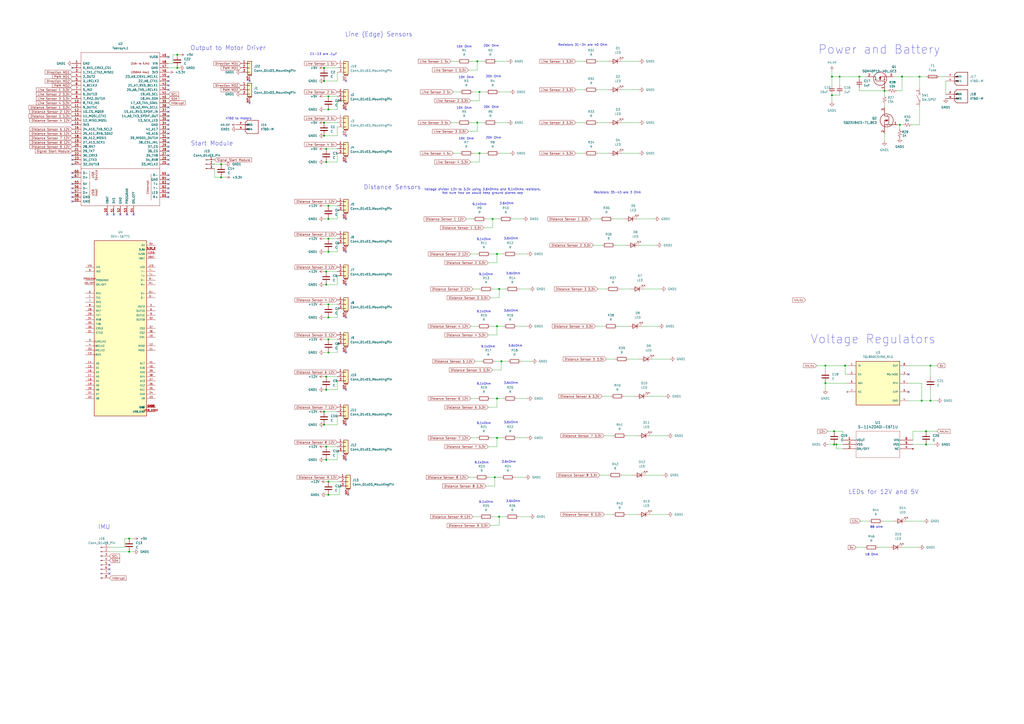
<source format=kicad_sch>
(kicad_sch (version 20231120) (generator "eeschema") (generator_version "8.0")
  (paper "A2")
  (junction (at 288.29 147.32))
  (junction (at 485.14 257.81))
  (junction (at 285.75 127))
  (junction (at 534.67 232.41))
  (junction (at 102.87 31.75))
  (junction (at 190.5 119.38))
  (junction (at 190.5 279.4))
  (junction (at 482.6 44.45))
  (junction (at 537.21 250.19))
  (junction (at 187.96 78.74))
  (junction (at 483.87 257.81))
  (junction (at 533.4 44.45))
  (junction (at 74.93 312.42))
  (junction (at 190.5 184.15))
  (junction (at 190.5 138.43))
  (junction (at 483.87 250.19))
  (junction (at 190.5 146.05))
  (junction (at 478.79 222.25))
  (junction (at 482.6 55.245))
  (junction (at 288.29 189.23))
  (junction (at 276.86 71.12))
  (junction (at 187.96 39.37))
  (junction (at 190.5 63.5))
  (junction (at 513.08 52.705))
  (junction (at 189.23 259.08))
  (junction (at 276.86 35.56))
  (junction (at 187.96 71.12))
  (junction (at 190.5 176.53))
  (junction (at 190.5 55.88))
  (junction (at 189.23 266.7))
  (junction (at 521.97 72.39))
  (junction (at 523.24 44.45))
  (junction (at 289.56 167.64))
  (junction (at 287.02 276.86))
  (junction (at 187.96 246.38))
  (junction (at 189.23 226.06))
  (junction (at 289.56 299.72))
  (junction (at 187.96 238.76))
  (junction (at 288.29 254))
  (junction (at 189.23 157.48))
  (junction (at 487.045 44.45))
  (junction (at 189.23 218.44))
  (junction (at 537.21 257.81))
  (junction (at 478.79 212.09))
  (junction (at 187.96 46.99))
  (junction (at 128.27 95.25))
  (junction (at 189.23 165.1))
  (junction (at 74.93 320.04))
  (junction (at 490.22 212.09))
  (junction (at 190.5 196.85))
  (junction (at 189.23 93.98))
  (junction (at 288.29 231.14))
  (junction (at 539.75 232.41))
  (junction (at 189.23 86.36))
  (junction (at 498.475 44.45))
  (junction (at 278.13 88.9))
  (junction (at 128.27 102.87))
  (junction (at 190.5 127))
  (junction (at 539.75 212.09))
  (junction (at 102.87 39.37))
  (junction (at 190.5 287.02))
  (junction (at 290.83 209.55))
  (junction (at 190.5 204.47))
  (junction (at 278.13 53.34))
  (no_connect (at 41.91 92.71))
  (no_connect (at 97.79 44.45))
  (no_connect (at 41.91 106.68))
  (no_connect (at 200.66 63.5))
  (no_connect (at 41.91 39.37))
  (no_connect (at 97.79 72.39))
  (no_connect (at 200.66 46.99))
  (no_connect (at 77.47 124.46))
  (no_connect (at 97.79 33.02))
  (no_connect (at 41.91 111.76))
  (no_connect (at 41.91 114.3))
  (no_connect (at 97.79 82.55))
  (no_connect (at 97.79 74.93))
  (no_connect (at 97.79 49.53))
  (no_connect (at 200.66 93.98))
  (no_connect (at 97.79 109.22))
  (no_connect (at 200.66 146.05))
  (no_connect (at 97.79 46.99))
  (no_connect (at 97.79 104.14))
  (no_connect (at 41.91 102.87))
  (no_connect (at 41.91 109.22))
  (no_connect (at 41.91 116.84))
  (no_connect (at 200.66 165.1))
  (no_connect (at 97.79 67.31))
  (no_connect (at 41.91 72.39))
  (no_connect (at 97.79 111.76))
  (no_connect (at 62.23 124.46))
  (no_connect (at 97.79 106.68))
  (no_connect (at 97.79 87.63))
  (no_connect (at 97.79 52.07))
  (no_connect (at 97.79 114.3))
  (no_connect (at 41.91 95.25))
  (no_connect (at 69.85 124.46))
  (no_connect (at 200.66 266.7))
  (no_connect (at 41.91 90.17))
  (no_connect (at 144.78 59.69))
  (no_connect (at 97.79 101.6))
  (no_connect (at 97.79 62.23))
  (no_connect (at 73.66 124.46))
  (no_connect (at 201.93 287.02))
  (no_connect (at 97.79 90.17))
  (no_connect (at 63.5 327.66))
  (no_connect (at 97.79 92.71))
  (no_connect (at 97.79 80.01))
  (no_connect (at 97.79 64.77))
  (no_connect (at 200.66 204.47))
  (no_connect (at 97.79 95.25))
  (no_connect (at 66.04 124.46))
  (no_connect (at 200.66 127))
  (no_connect (at 200.66 78.74))
  (no_connect (at 97.79 77.47))
  (no_connect (at 63.5 332.74))
  (no_connect (at 527.05 227.33))
  (no_connect (at 97.79 85.09))
  (no_connect (at 200.66 184.15))
  (no_connect (at 41.91 100.33))
  (no_connect (at 144.78 46.99))
  (no_connect (at 527.05 217.17))
  (no_connect (at 97.79 69.85))
  (no_connect (at 200.66 246.38))
  (no_connect (at 200.66 226.06))
  (no_connect (at 63.5 330.2))
  (wire (pts (xy 361.95 229.87) (xy 368.3 229.87)))
  (wire (pts (xy 288.29 147.32) (xy 288.29 152.4)))
  (wire (pts (xy 289.56 53.34) (xy 295.91 53.34)))
  (wire (pts (xy 278.13 88.9) (xy 278.13 93.98)))
  (wire (pts (xy 72.39 312.42) (xy 72.39 317.5)))
  (wire (pts (xy 195.58 121.92) (xy 195.58 127)))
  (wire (pts (xy 487.045 44.45) (xy 482.6 44.45)))
  (wire (pts (xy 373.38 167.64) (xy 383.54 167.64)))
  (wire (pts (xy 189.23 266.7) (xy 187.96 266.7)))
  (wire (pts (xy 261.62 71.12) (xy 265.43 71.12)))
  (wire (pts (xy 270.51 127) (xy 274.32 127)))
  (wire (pts (xy 273.05 35.56) (xy 276.86 35.56)))
  (wire (pts (xy 543.56 232.41) (xy 539.75 232.41)))
  (wire (pts (xy 349.25 229.87) (xy 354.33 229.87)))
  (wire (pts (xy 334.01 52.07) (xy 339.09 52.07)))
  (wire (pts (xy 498.475 44.45) (xy 498.475 45.72)))
  (wire (pts (xy 72.39 317.5) (xy 63.5 317.5)))
  (wire (pts (xy 189.23 165.1) (xy 187.96 165.1)))
  (wire (pts (xy 128.27 95.25) (xy 130.81 95.25)))
  (wire (pts (xy 187.96 55.88) (xy 190.5 55.88)))
  (wire (pts (xy 100.33 31.75) (xy 100.33 36.83)))
  (wire (pts (xy 539.75 226.06) (xy 539.75 232.41)))
  (wire (pts (xy 372.11 189.23) (xy 382.27 189.23)))
  (wire (pts (xy 490.22 212.09) (xy 491.49 212.09)))
  (wire (pts (xy 299.72 231.14) (xy 306.07 231.14)))
  (wire (pts (xy 490.22 217.17) (xy 491.49 217.17)))
  (wire (pts (xy 275.59 209.55) (xy 279.4 209.55)))
  (wire (pts (xy 187.96 196.85) (xy 190.5 196.85)))
  (wire (pts (xy 289.56 167.64) (xy 289.56 172.72)))
  (wire (pts (xy 482.6 55.245) (xy 482.6 59.055)))
  (wire (pts (xy 278.13 53.34) (xy 278.13 58.42)))
  (wire (pts (xy 273.05 189.23) (xy 276.86 189.23)))
  (wire (pts (xy 276.86 35.56) (xy 280.67 35.56)))
  (wire (pts (xy 499.11 302.26) (xy 504.19 302.26)))
  (wire (pts (xy 525.78 302.26) (xy 535.94 302.26)))
  (wire (pts (xy 299.72 147.32) (xy 306.07 147.32)))
  (wire (pts (xy 190.5 196.85) (xy 195.58 196.85)))
  (wire (pts (xy 509.27 317.5) (xy 515.62 317.5)))
  (wire (pts (xy 334.01 88.9) (xy 339.09 88.9)))
  (wire (pts (xy 539.75 232.41) (xy 534.67 232.41)))
  (wire (pts (xy 290.83 214.63) (xy 285.75 214.63)))
  (wire (pts (xy 539.75 212.09) (xy 543.56 212.09)))
  (wire (pts (xy 189.23 259.08) (xy 195.58 259.08)))
  (wire (pts (xy 284.48 147.32) (xy 288.29 147.32)))
  (wire (pts (xy 190.5 119.38) (xy 195.58 119.38)))
  (wire (pts (xy 285.75 299.72) (xy 289.56 299.72)))
  (wire (pts (xy 284.48 189.23) (xy 288.29 189.23)))
  (wire (pts (xy 480.06 250.19) (xy 483.87 250.19)))
  (wire (pts (xy 190.5 204.47) (xy 187.96 204.47)))
  (wire (pts (xy 189.23 226.06) (xy 187.96 226.06)))
  (wire (pts (xy 478.79 226.06) (xy 478.79 222.25)))
  (wire (pts (xy 537.21 250.19) (xy 543.56 250.19)))
  (wire (pts (xy 72.39 312.42) (xy 74.93 312.42)))
  (wire (pts (xy 262.89 53.34) (xy 266.7 53.34)))
  (wire (pts (xy 100.33 31.75) (xy 102.87 31.75)))
  (wire (pts (xy 363.22 252.73) (xy 369.57 252.73)))
  (wire (pts (xy 261.62 35.56) (xy 265.43 35.56)))
  (wire (pts (xy 544.83 44.45) (xy 548.64 44.45)))
  (wire (pts (xy 195.58 179.07) (xy 195.58 184.15)))
  (wire (pts (xy 195.58 93.98) (xy 189.23 93.98)))
  (wire (pts (xy 190.5 176.53) (xy 195.58 176.53)))
  (wire (pts (xy 187.96 119.38) (xy 190.5 119.38)))
  (wire (pts (xy 288.29 236.22) (xy 283.21 236.22)))
  (wire (pts (xy 278.13 58.42) (xy 273.05 58.42)))
  (wire (pts (xy 189.23 279.4) (xy 190.5 279.4)))
  (wire (pts (xy 281.94 127) (xy 285.75 127)))
  (wire (pts (xy 124.46 102.87) (xy 128.27 102.87)))
  (wire (pts (xy 290.83 209.55) (xy 294.64 209.55)))
  (wire (pts (xy 274.32 167.64) (xy 278.13 167.64)))
  (wire (pts (xy 488.95 255.27) (xy 488.95 250.19)))
  (wire (pts (xy 300.99 167.64) (xy 307.34 167.64)))
  (wire (pts (xy 283.21 276.86) (xy 287.02 276.86)))
  (wire (pts (xy 278.13 53.34) (xy 281.94 53.34)))
  (wire (pts (xy 358.14 189.23) (xy 364.49 189.23)))
  (wire (pts (xy 189.23 157.48) (xy 195.58 157.48)))
  (wire (pts (xy 498.475 44.45) (xy 487.045 44.45)))
  (wire (pts (xy 187.96 71.12) (xy 195.58 71.12)))
  (wire (pts (xy 190.5 63.5) (xy 187.96 63.5)))
  (wire (pts (xy 346.71 167.64) (xy 351.79 167.64)))
  (wire (pts (xy 288.29 194.31) (xy 283.21 194.31)))
  (wire (pts (xy 100.33 36.83) (xy 97.79 36.83)))
  (wire (pts (xy 478.79 222.25) (xy 491.49 222.25)))
  (wire (pts (xy 274.32 53.34) (xy 278.13 53.34)))
  (wire (pts (xy 482.6 44.45) (xy 482.6 41.275)))
  (wire (pts (xy 195.58 140.97) (xy 195.58 146.05)))
  (wire (pts (xy 483.87 257.81) (xy 485.14 257.81)))
  (wire (pts (xy 363.22 298.45) (xy 369.57 298.45)))
  (wire (pts (xy 74.93 312.42) (xy 77.47 312.42)))
  (wire (pts (xy 482.6 54.61) (xy 482.6 55.245)))
  (wire (pts (xy 195.58 73.66) (xy 195.58 78.74)))
  (wire (pts (xy 288.29 189.23) (xy 292.1 189.23)))
  (wire (pts (xy 289.56 167.64) (xy 293.37 167.64)))
  (wire (pts (xy 518.16 44.45) (xy 523.24 44.45)))
  (wire (pts (xy 346.71 71.12) (xy 353.06 71.12)))
  (wire (pts (xy 285.75 127) (xy 285.75 132.08)))
  (wire (pts (xy 288.29 254) (xy 288.29 259.08)))
  (wire (pts (xy 190.5 146.05) (xy 187.96 146.05)))
  (wire (pts (xy 187.96 39.37) (xy 195.58 39.37)))
  (wire (pts (xy 521.97 72.39) (xy 523.875 72.39)))
  (wire (pts (xy 478.79 212.09) (xy 478.79 214.63)))
  (wire (pts (xy 102.87 31.75) (xy 104.14 31.75)))
  (wire (pts (xy 498.475 52.705) (xy 513.08 52.705)))
  (wire (pts (xy 347.98 275.59) (xy 353.06 275.59)))
  (wire (pts (xy 196.85 281.94) (xy 196.85 287.02)))
  (wire (pts (xy 190.5 138.43) (xy 195.58 138.43)))
  (wire (pts (xy 533.4 72.39) (xy 533.4 61.595)))
  (wire (pts (xy 374.65 275.59) (xy 384.81 275.59)))
  (wire (pts (xy 528.955 72.39) (xy 533.4 72.39)))
  (wire (pts (xy 478.79 222.25) (xy 478.79 219.71)))
  (wire (pts (xy 346.71 52.07) (xy 353.06 52.07)))
  (wire (pts (xy 299.72 254) (xy 306.07 254)))
  (wire (pts (xy 289.56 304.8) (xy 284.48 304.8)))
  (wire (pts (xy 195.58 246.38) (xy 187.96 246.38)))
  (wire (pts (xy 187.96 176.53) (xy 190.5 176.53)))
  (wire (pts (xy 533.4 51.435) (xy 533.4 44.45)))
  (wire (pts (xy 288.29 254) (xy 292.1 254)))
  (wire (pts (xy 273.05 254) (xy 276.86 254)))
  (wire (pts (xy 350.52 252.73) (xy 355.6 252.73)))
  (wire (pts (xy 124.46 97.79) (xy 124.46 102.87)))
  (wire (pts (xy 345.44 189.23) (xy 350.52 189.23)))
  (wire (pts (xy 196.85 287.02) (xy 190.5 287.02)))
  (wire (pts (xy 287.02 276.86) (xy 287.02 281.94)))
  (wire (pts (xy 359.41 167.64) (xy 365.76 167.64)))
  (wire (pts (xy 355.6 127) (xy 361.95 127)))
  (wire (pts (xy 351.79 208.28) (xy 356.87 208.28)))
  (wire (pts (xy 299.72 189.23) (xy 306.07 189.23)))
  (wire (pts (xy 63.5 320.04) (xy 74.93 320.04)))
  (wire (pts (xy 274.32 88.9) (xy 278.13 88.9)))
  (wire (pts (xy 287.02 276.86) (xy 290.83 276.86)))
  (wire (pts (xy 360.68 275.59) (xy 367.03 275.59)))
  (wire (pts (xy 527.05 222.25) (xy 534.67 222.25)))
  (wire (pts (xy 534.67 232.41) (xy 527.05 232.41)))
  (wire (pts (xy 487.045 55.245) (xy 482.6 55.245)))
  (wire (pts (xy 539.75 212.09) (xy 539.75 218.44)))
  (wire (pts (xy 490.22 212.09) (xy 490.22 217.17)))
  (wire (pts (xy 195.58 63.5) (xy 190.5 63.5)))
  (wire (pts (xy 195.58 204.47) (xy 190.5 204.47)))
  (wire (pts (xy 195.58 266.7) (xy 189.23 266.7)))
  (wire (pts (xy 523.24 44.45) (xy 533.4 44.45)))
  (wire (pts (xy 195.58 220.98) (xy 195.58 226.06)))
  (wire (pts (xy 378.46 208.28) (xy 388.62 208.28)))
  (wire (pts (xy 370.84 142.24) (xy 381 142.24)))
  (wire (pts (xy 533.4 44.45) (xy 537.21 44.45)))
  (wire (pts (xy 262.89 88.9) (xy 266.7 88.9)))
  (wire (pts (xy 284.48 231.14) (xy 288.29 231.14)))
  (wire (pts (xy 289.56 299.72) (xy 289.56 304.8)))
  (wire (pts (xy 360.68 88.9) (xy 370.84 88.9)))
  (wire (pts (xy 288.29 147.32) (xy 292.1 147.32)))
  (wire (pts (xy 369.57 127) (xy 379.73 127)))
  (wire (pts (xy 288.29 189.23) (xy 288.29 194.31)))
  (wire (pts (xy 488.95 260.35) (xy 485.14 260.35)))
  (wire (pts (xy 195.58 46.99) (xy 187.96 46.99)))
  (wire (pts (xy 190.5 184.15) (xy 187.96 184.15)))
  (wire (pts (xy 377.19 298.45) (xy 387.35 298.45)))
  (wire (pts (xy 187.96 86.36) (xy 189.23 86.36)))
  (wire (pts (xy 189.23 93.98) (xy 187.96 93.98)))
  (wire (pts (xy 529.59 250.19) (xy 537.21 250.19)))
  (wire (pts (xy 513.08 52.705) (xy 513.08 55.245)))
  (wire (pts (xy 274.32 299.72) (xy 278.13 299.72)))
  (wire (pts (xy 520.065 52.705) (xy 523.24 52.705)))
  (wire (pts (xy 289.56 88.9) (xy 295.91 88.9)))
  (wire (pts (xy 346.71 35.56) (xy 353.06 35.56)))
  (wire (pts (xy 278.13 93.98) (xy 273.05 93.98)))
  (wire (pts (xy 195.58 41.91) (xy 195.58 46.99)))
  (wire (pts (xy 288.29 259.08) (xy 283.21 259.08)))
  (wire (pts (xy 360.68 52.07) (xy 370.84 52.07)))
  (wire (pts (xy 288.29 152.4) (xy 283.21 152.4)))
  (wire (pts (xy 539.75 212.09) (xy 527.05 212.09)))
  (wire (pts (xy 302.26 209.55) (xy 308.61 209.55)))
  (wire (pts (xy 529.59 250.19) (xy 529.59 255.27)))
  (wire (pts (xy 273.05 231.14) (xy 276.86 231.14)))
  (wire (pts (xy 278.13 88.9) (xy 281.94 88.9)))
  (wire (pts (xy 74.93 320.04) (xy 77.47 320.04)))
  (wire (pts (xy 187.96 157.48) (xy 189.23 157.48)))
  (wire (pts (xy 190.5 127) (xy 187.96 127)))
  (wire (pts (xy 97.79 39.37) (xy 102.87 39.37)))
  (wire (pts (xy 377.19 252.73) (xy 387.35 252.73)))
  (wire (pts (xy 496.57 317.5) (xy 501.65 317.5)))
  (wire (pts (xy 342.9 127) (xy 347.98 127)))
  (wire (pts (xy 478.79 212.09) (xy 490.22 212.09)))
  (wire (pts (xy 485.14 257.81) (xy 488.95 257.81)))
  (wire (pts (xy 360.68 71.12) (xy 370.84 71.12)))
  (wire (pts (xy 287.02 281.94) (xy 281.94 281.94)))
  (wire (pts (xy 128.27 102.87) (xy 130.81 102.87)))
  (wire (pts (xy 487.045 44.45) (xy 487.045 49.53)))
  (wire (pts (xy 487.045 54.61) (xy 487.045 55.245)))
  (wire (pts (xy 187.96 138.43) (xy 190.5 138.43)))
  (wire (pts (xy 344.17 142.24) (xy 349.25 142.24)))
  (wire (pts (xy 285.75 167.64) (xy 289.56 167.64)))
  (wire (pts (xy 523.24 52.705) (xy 523.24 44.45)))
  (wire (pts (xy 288.29 71.12) (xy 294.64 71.12)))
  (wire (pts (xy 187.96 238.76) (xy 195.58 238.76)))
  (wire (pts (xy 297.18 127) (xy 303.53 127)))
  (wire (pts (xy 190.5 55.88) (xy 195.58 55.88)))
  (wire (pts (xy 285.75 132.08) (xy 280.67 132.08)))
  (wire (pts (xy 190.5 287.02) (xy 189.23 287.02)))
  (wire (pts (xy 195.58 199.39) (xy 195.58 204.47)))
  (wire (pts (xy 482.6 49.53) (xy 482.6 44.45)))
  (wire (pts (xy 498.475 50.8) (xy 498.475 52.705)))
  (wire (pts (xy 289.56 299.72) (xy 293.37 299.72)))
  (wire (pts (xy 350.52 298.45) (xy 355.6 298.45)))
  (wire (pts (xy 187.96 218.44) (xy 189.23 218.44)))
  (wire (pts (xy 195.58 146.05) (xy 190.5 146.05)))
  (wire (pts (xy 288.29 231.14) (xy 292.1 231.14)))
  (wire (pts (xy 195.58 184.15) (xy 190.5 184.15)))
  (wire (pts (xy 195.58 88.9) (xy 195.58 93.98)))
  (wire (pts (xy 521.97 72.39) (xy 521.97 74.93)))
  (wire (pts (xy 271.78 276.86) (xy 275.59 276.86)))
  (wire (pts (xy 360.68 35.56) (xy 370.84 35.56)))
  (wire (pts (xy 300.99 299.72) (xy 307.34 299.72)))
  (wire (pts (xy 502.92 44.45) (xy 498.475 44.45)))
  (wire (pts (xy 513.08 60.325) (xy 513.08 62.23)))
  (wire (pts (xy 189.23 86.36) (xy 195.58 86.36)))
  (wire (pts (xy 346.71 88.9) (xy 353.06 88.9)))
  (wire (pts (xy 102.87 39.37) (xy 104.14 39.37)))
  (wire (pts (xy 195.58 78.74) (xy 187.96 78.74)))
  (wire (pts (xy 195.58 165.1) (xy 189.23 165.1)))
  (wire (pts (xy 289.56 172.72) (xy 284.48 172.72)))
  (wire (pts (xy 276.86 35.56) (xy 276.86 40.64)))
  (wire (pts (xy 537.21 257.81) (xy 542.29 257.81)))
  (wire (pts (xy 485.14 257.81) (xy 485.14 260.35)))
  (wire (pts (xy 534.67 222.25) (xy 534.67 232.41)))
  (wire (pts (xy 195.58 160.02) (xy 195.58 165.1)))
  (wire (pts (xy 288.29 35.56) (xy 294.64 35.56)))
  (wire (pts (xy 298.45 276.86) (xy 304.8 276.86)))
  (wire (pts (xy 195.58 226.06) (xy 189.23 226.06)))
  (wire (pts (xy 480.06 257.81) (xy 483.87 257.81)))
  (wire (pts (xy 195.58 261.62) (xy 195.58 266.7)))
  (wire (pts (xy 276.86 71.12) (xy 276.86 76.2)))
  (wire (pts (xy 548.64 46.99) (xy 548.64 54.61)))
  (wire (pts (xy 529.59 257.81) (xy 537.21 257.81)))
  (wire (pts (xy 513.08 52.705) (xy 514.985 52.705)))
  (wire (pts (xy 187.96 259.08) (xy 189.23 259.08)))
  (wire (pts (xy 513.08 52.07) (xy 513.08 52.705)))
  (wire (pts (xy 124.46 95.25) (xy 128.27 95.25)))
  (wire (pts (xy 195.58 127) (xy 190.5 127)))
  (wire (pts (xy 195.58 241.3) (xy 195.58 246.38)))
  (wire (pts (xy 511.81 302.26) (xy 518.16 302.26)))
  (wire (pts (xy 195.58 58.42) (xy 195.58 63.5)))
  (wire (pts (xy 276.86 71.12) (xy 280.67 71.12)))
  (wire (pts (xy 334.01 35.56) (xy 339.09 35.56)))
  (wire (pts (xy 190.5 279.4) (xy 196.85 279.4)))
  (wire (pts (xy 276.86 40.64) (xy 271.78 40.64)))
  (wire (pts (xy 520.7 72.39) (xy 521.97 72.39)))
  (wire (pts (xy 375.92 229.87) (xy 386.08 229.87)))
  (wire (pts (xy 356.87 142.24) (xy 363.22 142.24)))
  (wire (pts (xy 287.02 209.55) (xy 290.83 209.55)))
  (wire (pts (xy 276.86 76.2) (xy 271.78 76.2)))
  (wire (pts (xy 273.05 147.32) (xy 276.86 147.32)))
  (wire (pts (xy 273.05 71.12) (xy 276.86 71.12)))
  (wire (pts (xy 284.48 254) (xy 288.29 254)))
  (wire (pts (xy 285.75 127) (xy 289.56 127)))
  (wire (pts (xy 290.83 209.55) (xy 290.83 214.63)))
  (wire (pts (xy 334.01 71.12) (xy 339.09 71.12)))
  (wire (pts (xy 189.23 218.44) (xy 195.58 218.44)))
  (wire (pts (xy 513.08 77.47) (xy 513.08 81.915)))
  (wire (pts (xy 488.95 250.19) (xy 483.87 250.19)))
  (wire (pts (xy 288.29 231.14) (xy 288.29 236.22)))
  (wire (pts (xy 523.24 317.5) (xy 533.4 317.5)))
  (wire (pts (xy 364.49 208.28) (xy 370.84 208.28)))
  (wire (pts (xy 473.71 212.09) (xy 478.79 212.09)))
  (text "Resistors 31-34 are 40 Ohm" (at 338.074 26.162 0) (effects (font (size 1.27 1.27))))
  (text "Output to Motor Driver" (at 132.334 27.94 0) (effects (font (size 2.54 2.54))))
  (text "3.6kOhm" (at 296.418 138.43 0) (effects (font (size 1.27 1.27))))
  (text "9.1kOhm" (at 280.67 245.618 0) (effects (font (size 1.27 1.27))))
  (text "20K Ohm" (at 284.988 26.67 0) (effects (font (size 1.27 1.27))))
  (text "Power and Battery\n" (at 510.032 28.829 0) (effects (font (size 5.08 5.08))))
  (text "Resistors 35-43 are 3 Ohm" (at 358.14 111.76 0) (effects (font (size 1.27 1.27))))
  (text "9.1kOhm" (at 283.21 201.168 0) (effects (font (size 1.27 1.27))))
  (text "3.6kOhm" (at 293.878 118.11 0) (effects (font (size 1.27 1.27))))
  (text "9.1kOhm" (at 280.67 180.848 0) (effects (font (size 1.27 1.27))))
  (text "18 Ohm" (at 505.714 321.818 0) (effects (font (size 1.27 1.27))))
  (text "9.1kOhm" (at 281.94 291.338 0) (effects (font (size 1.27 1.27))))
  (text "3.6kOhm" (at 297.688 290.83 0) (effects (font (size 1.27 1.27))))
  (text "3.6kOhm" (at 297.688 158.75 0) (effects (font (size 1.27 1.27))))
  (text "9.1kOhm" (at 278.13 118.618 0) (effects (font (size 1.27 1.27))))
  (text "Start Module" (at 122.936 83.312 0) (effects (font (size 2.54 2.54))))
  (text "3.6kOhm" (at 296.418 180.34 0) (effects (font (size 1.27 1.27))))
  (text "Voltage Regulators" (at 506.476 196.85 0) (effects (font (size 5.08 5.08))))
  (text "9.1kOhm" (at 280.67 222.758 0) (effects (font (size 1.27 1.27))))
  (text "IMU" (at 60.452 305.816 0) (effects (font (size 2.54 2.54))))
  (text "9.1kOhm" (at 280.67 138.938 0) (effects (font (size 1.27 1.27))))
  (text "10K Ohm" (at 269.24 27.178 0) (effects (font (size 1.27 1.27))))
  (text "10K Ohm" (at 270.51 80.518 0) (effects (font (size 1.27 1.27))))
  (text "Distance Sensors" (at 227.584 108.712 0) (effects (font (size 2.54 2.54))))
  (text "XT60 to motors" (at 138.43 68.834 0) (effects (font (size 1.27 1.27))))
  (text "C1-13 are .1µF" (at 187.706 31.496 0) (effects (font (size 1.27 1.27))))
  (text "LEDs for 12V and 5V" (at 512.572 285.496 0) (effects (font (size 2.54 2.54))))
  (text "10K Ohm" (at 269.24 62.738 0) (effects (font (size 1.27 1.27))))
  (text "88 ohm" (at 508.508 305.816 0) (effects (font (size 1.27 1.27))))
  (text "3.6kOhm" (at 295.148 267.97 0) (effects (font (size 1.27 1.27))))
  (text "20K Ohm" (at 286.258 44.45 0) (effects (font (size 1.27 1.27))))
  (text "20K Ohm" (at 286.258 80.01 0) (effects (font (size 1.27 1.27))))
  (text "Voltage divider 12V to 3.3V using 3.6kOhms and 9.1kOhms resistors.\nNot sure how we would keep ground planes sep" (at 279.908 110.998 0) (effects (font (size 1.27 1.27))))
  (text "20K Ohm" (at 284.988 62.23 0) (effects (font (size 1.27 1.27))))
  (text "3.6kOhm" (at 298.958 200.66 0) (effects (font (size 1.27 1.27))))
  (text "10K Ohm" (at 270.51 44.958 0) (effects (font (size 1.27 1.27))))
  (text "9.1kOhm" (at 279.4 268.478 0) (effects (font (size 1.27 1.27))))
  (text "Line (Edge) Sensors" (at 219.71 20.066 0) (effects (font (size 2.54 2.54))))
  (text "9.1kOhm" (at 281.94 159.258 0) (effects (font (size 1.27 1.27))))
  (text "3.6kOhm" (at 296.418 245.11 0) (effects (font (size 1.27 1.27))))
  (text "3.6kOhm" (at 296.418 222.25 0) (effects (font (size 1.27 1.27))))
  (global_label "Distance Sensor 9 3.3V" (shape input) (at 284.48 304.8 180) (property "Intersheetrefs" "${INTERSHEET_REFS}" (effects (hide yes))))
  (global_label "Line Sensor 2 3.3V" (shape input) (at 41.91 54.61 180) (property "Intersheetrefs" "${INTERSHEET_REFS}" (effects (hide yes))))
  (global_label "44.4v" (shape input) (at 473.71 212.09 180) (property "Intersheetrefs" "${INTERSHEET_REFS}" (effects (hide yes))))
  (global_label "Distance Sensor 2 3.3V" (shape input) (at 344.17 142.24 180) (property "Intersheetrefs" "${INTERSHEET_REFS}" (effects (hide yes))))
  (global_label "Distance Sensor 4 3.3V" (shape input) (at 283.21 194.31 180) (property "Intersheetrefs" "${INTERSHEET_REFS}" (effects (hide yes))))
  (global_label "Distance Sensor 7 12V" (shape input) (at 41.91 80.01 180) (property "Intersheetrefs" "${INTERSHEET_REFS}" (effects (hide yes))))
  (global_label "Direction MD2" (shape input) (at 41.91 46.99 180) (property "Intersheetrefs" "${INTERSHEET_REFS}" (effects (hide yes))))
  (global_label "Distance Sensor 3 3.3V" (shape input) (at 284.48 172.72 180) (property "Intersheetrefs" "${INTERSHEET_REFS}" (effects (hide yes))))
  (global_label "Distance Sensor 4 12V" (shape input) (at 273.05 189.23 180) (property "Intersheetrefs" "${INTERSHEET_REFS}" (effects (hide yes))))
  (global_label "Line Sensor 4 5v" (shape input) (at 195.58 83.82 180) (property "Intersheetrefs" "${INTERSHEET_REFS}" (effects (hide yes))))
  (global_label "12v" (shape input) (at 499.11 302.26 180) (property "Intersheetrefs" "${INTERSHEET_REFS}" (effects (hide yes))))
  (global_label "Direction MD2" (shape input) (at 139.7 49.53 180) (property "Intersheetrefs" "${INTERSHEET_REFS}" (effects (hide yes))))
  (global_label "Line Sensor 4 3.3V" (shape input) (at 334.01 88.9 180) (property "Intersheetrefs" "${INTERSHEET_REFS}" (effects (hide yes))))
  (global_label "Distance Sensor 1 3.3V" (shape input) (at 342.9 127 180) (property "Intersheetrefs" "${INTERSHEET_REFS}" (effects (hide yes))))
  (global_label "Distance Sensor 2 3.3V" (shape input) (at 283.21 152.4 180) (property "Intersheetrefs" "${INTERSHEET_REFS}" (effects (hide yes))))
  (global_label "Distance Sensor 2 12V" (shape input) (at 273.05 147.32 180) (property "Intersheetrefs" "${INTERSHEET_REFS}" (effects (hide yes))))
  (global_label "Line Sensor 3 3.3V" (shape input) (at 271.78 76.2 180) (property "Intersheetrefs" "${INTERSHEET_REFS}" (effects (hide yes))))
  (global_label "SDA" (shape input) (at 97.79 57.15 0) (property "Intersheetrefs" "${INTERSHEET_REFS}" (effects (hide yes))))
  (global_label "SCL" (shape input) (at 63.5 322.58 0) (property "Intersheetrefs" "${INTERSHEET_REFS}" (effects (hide yes))))
  (global_label "PWM MD2" (shape input) (at 41.91 49.53 180) (property "Intersheetrefs" "${INTERSHEET_REFS}" (effects (hide yes))))
  (global_label "Distance Sensor 1 3.3V" (shape input) (at 280.67 132.08 180) (property "Intersheetrefs" "${INTERSHEET_REFS}" (effects (hide yes))))
  (global_label "Line Sensor 1 3.3V" (shape input) (at 41.91 52.07 180) (property "Intersheetrefs" "${INTERSHEET_REFS}" (effects (hide yes))))
  (global_label "Line Sensor 3 3.3V" (shape input) (at 41.91 57.15 180) (property "Intersheetrefs" "${INTERSHEET_REFS}" (effects (hide yes))))
  (global_label "PWM MD2" (shape input) (at 139.7 52.07 180) (property "Intersheetrefs" "${INTERSHEET_REFS}" (effects (hide yes))))
  (global_label "Interupt" (shape input) (at 97.79 59.69 0) (property "Intersheetrefs" "${INTERSHEET_REFS}" (effects (hide yes))))
  (global_label "Distance Sensor 9 3.3V" (shape input) (at 350.52 298.45 180) (property "Intersheetrefs" "${INTERSHEET_REFS}" (effects (hide yes))))
  (global_label "Distance Sensor 5 12V" (shape input) (at 41.91 74.93 180) (property "Intersheetrefs" "${INTERSHEET_REFS}" (effects (hide yes))))
  (global_label "Line Sensor 1 5v" (shape input) (at 195.58 36.83 180) (property "Intersheetrefs" "${INTERSHEET_REFS}" (effects (hide yes))))
  (global_label "5v" (shape input) (at 496.57 317.5 180) (property "Intersheetrefs" "${INTERSHEET_REFS}" (effects (hide yes))))
  (global_label "Distance Sensor 9 12V" (shape input) (at 196.85 276.86 180) (property "Intersheetrefs" "${INTERSHEET_REFS}" (effects (hide yes))))
  (global_label "Distance Sensor 9 12V" (shape input) (at 41.91 85.09 180) (property "Intersheetrefs" "${INTERSHEET_REFS}" (effects (hide yes))))
  (global_label "44.4v" (shape input) (at 467.36 173.99 180) (property "Intersheetrefs" "${INTERSHEET_REFS}" (effects (hide yes))))
  (global_label "Distance Sensor 8 3.3V" (shape input) (at 347.98 275.59 180) (property "Intersheetrefs" "${INTERSHEET_REFS}" (effects (hide yes))))
  (global_label "Distance Sensor 8 3.3V" (shape input) (at 281.94 281.94 180) (property "Intersheetrefs" "${INTERSHEET_REFS}" (effects (hide yes))))
  (global_label "Line Sensor 3 3.3V" (shape input) (at 334.01 71.12 180) (property "Intersheetrefs" "${INTERSHEET_REFS}" (effects (hide yes))))
  (global_label "Line Sensor 4 3.3V" (shape input) (at 41.91 59.69 180) (property "Intersheetrefs" "${INTERSHEET_REFS}" (effects (hide yes))))
  (global_label "Distance Sensor 7 3.3V" (shape input) (at 350.52 252.73 180) (property "Intersheetrefs" "${INTERSHEET_REFS}" (effects (hide yes))))
  (global_label "Distance Sensor 6 12V" (shape input) (at 273.05 231.14 180) (property "Intersheetrefs" "${INTERSHEET_REFS}" (effects (hide yes))))
  (global_label "Distance Sensor 7 12V" (shape input) (at 195.58 236.22 180) (property "Intersheetrefs" "${INTERSHEET_REFS}" (effects (hide yes))))
  (global_label "Line Sensor 4 5v" (shape input) (at 262.89 88.9 180) (property "Intersheetrefs" "${INTERSHEET_REFS}" (effects (hide yes))))
  (global_label "Line Sensor 2 3.3V" (shape input) (at 334.01 52.07 180) (property "Intersheetrefs" "${INTERSHEET_REFS}" (effects (hide yes))))
  (global_label "Distance Sensor 3 3.3V" (shape input) (at 346.71 167.64 180) (property "Intersheetrefs" "${INTERSHEET_REFS}" (effects (hide yes))))
  (global_label "Distance Sensor 6 12V" (shape input) (at 41.91 77.47 180) (property "Intersheetrefs" "${INTERSHEET_REFS}" (effects (hide yes))))
  (global_label "Distance Sensor 2 12V" (shape input) (at 41.91 64.77 180) (property "Intersheetrefs" "${INTERSHEET_REFS}" (effects (hide yes))))
  (global_label "PWM MD1" (shape input) (at 139.7 39.37 180) (property "Intersheetrefs" "${INTERSHEET_REFS}" (effects (hide yes))))
  (global_label "Distance Sensor 1 12V" (shape input) (at 270.51 127 180) (property "Intersheetrefs" "${INTERSHEET_REFS}" (effects (hide yes))))
  (global_label "Line Sensor 2 5v" (shape input) (at 195.58 53.34 180) (property "Intersheetrefs" "${INTERSHEET_REFS}" (effects (hide yes))))
  (global_label "Distance Sensor 8 12V" (shape input) (at 271.78 276.86 180) (property "Intersheetrefs" "${INTERSHEET_REFS}" (effects (hide yes))))
  (global_label "Distance Sensor 3 12V" (shape input) (at 274.32 167.64 180) (property "Intersheetrefs" "${INTERSHEET_REFS}" (effects (hide yes))))
  (global_label "Line Sensor 4 3.3V" (shape input) (at 273.05 93.98 180) (property "Intersheetrefs" "${INTERSHEET_REFS}" (effects (hide yes))))
  (global_label "Distance Sensor 8 12V" (shape input) (at 41.91 82.55 180) (property "Intersheetrefs" "${INTERSHEET_REFS}" (effects (hide yes))))
  (global_label "Distance Sensor 4 3.3V" (shape input) (at 345.44 189.23 180) (property "Intersheetrefs" "${INTERSHEET_REFS}" (effects (hide yes))))
  (global_label "44.4v" (shape input) (at 543.56 250.19 0) (property "Intersheetrefs" "${INTERSHEET_REFS}" (effects (hide yes))))
  (global_label "Line Sensor 1 5v" (shape input) (at 261.62 35.56 180) (property "Intersheetrefs" "${INTERSHEET_REFS}" (effects (hide yes))))
  (global_label "Line Sensor 1 3.3V" (shape input) (at 271.78 40.64 180) (property "Intersheetrefs" "${INTERSHEET_REFS}" (effects (hide yes))))
  (global_label "Distance Sensor 9 12V" (shape input) (at 274.32 299.72 180) (property "Intersheetrefs" "${INTERSHEET_REFS}" (effects (hide yes))))
  (global_label "Interupt" (shape input) (at 63.5 335.28 0) (property "Intersheetrefs" "${INTERSHEET_REFS}" (effects (hide yes))))
  (global_label "Distance Sensor 3 12V" (shape input) (at 195.58 154.94 180) (property "Intersheetrefs" "${INTERSHEET_REFS}" (effects (hide yes))))
  (global_label "Distance Sensor 7 12V" (shape input) (at 273.05 254 180) (property "Intersheetrefs" "${INTERSHEET_REFS}" (effects (hide yes))))
  (global_label "Distance Sensor 5 3.3V" (shape input) (at 351.79 208.28 180) (property "Intersheetrefs" "${INTERSHEET_REFS}" (effects (hide yes))))
  (global_label "Distance Sensor 5 12V" (shape input) (at 275.59 209.55 180) (property "Intersheetrefs" "${INTERSHEET_REFS}" (effects (hide yes))))
  (global_label "SDA" (shape input) (at 63.5 325.12 0) (property "Intersheetrefs" "${INTERSHEET_REFS}" (effects (hide yes))))
  (global_label "Signal Start Module" (shape input) (at 41.91 87.63 180) (property "Intersheetrefs" "${INTERSHEET_REFS}" (effects (hide yes))))
  (global_label "Line Sensor 3 5v" (shape input) (at 195.58 68.58 180) (property "Intersheetrefs" "${INTERSHEET_REFS}" (effects (hide yes))))
  (global_label "SCL" (shape input) (at 97.79 54.61 0) (property "Intersheetrefs" "${INTERSHEET_REFS}" (effects (hide yes))))
  (global_label "Distance Sensor 5 12V" (shape input) (at 195.58 194.31 180) (property "Intersheetrefs" "${INTERSHEET_REFS}" (effects (hide yes))))
  (global_label "12v" (shape input) (at 480.06 250.19 180) (property "Intersheetrefs" "${INTERSHEET_REFS}" (effects (hide yes))))
  (global_label "Line Sensor 2 3.3V" (shape input) (at 273.05 58.42 180) (property "Intersheetrefs" "${INTERSHEET_REFS}" (effects (hide yes))))
  (global_label "Distance Sensor 1 12V" (shape input) (at 195.58 116.84 180) (property "Intersheetrefs" "${INTERSHEET_REFS}" (effects (hide yes))))
  (global_label "Distance Sensor 7 3.3V" (shape input) (at 283.21 259.08 180) (property "Intersheetrefs" "${INTERSHEET_REFS}" (effects (hide yes))))
  (global_label "Distance Sensor 5 3.3V" (shape input) (at 285.75 214.63 180) (property "Intersheetrefs" "${INTERSHEET_REFS}" (effects (hide yes))))
  (global_label "5v" (shape input) (at 543.56 212.09 0) (property "Intersheetrefs" "${INTERSHEET_REFS}" (effects (hide yes))))
  (global_label "Line Sensor 1 3.3V" (shape input) (at 334.01 35.56 180) (property "Intersheetrefs" "${INTERSHEET_REFS}" (effects (hide yes))))
  (global_label "Distance Sensor 4 12V" (shape input) (at 195.58 173.99 180) (property "Intersheetrefs" "${INTERSHEET_REFS}" (effects (hide yes))))
  (global_label "Distance Sensor 6 3.3V" (shape input) (at 283.21 236.22 180) (property "Intersheetrefs" "${INTERSHEET_REFS}" (effects (hide yes))))
  (global_label "Direction MD1" (shape input) (at 41.91 41.91 180) (property "Intersheetrefs" "${INTERSHEET_REFS}" (effects (hide yes))))
  (global_label "Distance Sensor 1 3.3V" (shape input) (at 41.91 62.23 180) (property "Intersheetrefs" "${INTERSHEET_REFS}" (effects (hide yes))))
  (global_label "Distance Sensor 4 12V" (shape input) (at 41.91 69.85 180) (property "Intersheetrefs" "${INTERSHEET_REFS}" (effects (hide yes))))
  (global_label "Direction MD1" (shape input) (at 139.7 36.83 180) (property "Intersheetrefs" "${INTERSHEET_REFS}" (effects (hide yes))))
  (global_label "Distance Sensor 3 3.3V" (shape input) (at 41.91 67.31 180) (property "Intersheetrefs" "${INTERSHEET_REFS}" (effects (hide yes))))
  (global_label "Distance Sensor 6 12V" (shape input) (at 195.58 215.9 180) (property "Intersheetrefs" "${INTERSHEET_REFS}" (effects (hide yes))))
  (global_label "Distance Sensor 8 12V" (shape input) (at 195.58 256.54 180) (property "Intersheetrefs" "${INTERSHEET_REFS}" (effects (hide yes))))
  (global_label "Distance Sensor 2 12V" (shape input) (at 195.58 135.89 180) (property "Intersheetrefs" "${INTERSHEET_REFS}" (effects (hide yes))))
  (global_label "Signal Start Module" (shape input) (at 124.46 92.71 0) (property "Intersheetrefs" "${INTERSHEET_REFS}" (effects (hide yes))))
  (global_label "Line Sensor 2 5v" (shape input) (at 262.89 53.34 180) (property "Intersheetrefs" "${INTERSHEET_REFS}" (effects (hide yes))))
  (global_label "Distance Sensor 6 3.3V" (shape input) (at 349.25 229.87 180) (property "Intersheetrefs" "${INTERSHEET_REFS}" (effects (hide yes))))
  (global_label "Line Sensor 3 5v" (shape input) (at 261.62 71.12 180) (property "Intersheetrefs" "${INTERSHEET_REFS}" (effects (hide yes))))
  (global_label "PWM MD1" (shape input) (at 41.91 44.45 180) (property "Intersheetrefs" "${INTERSHEET_REFS}" (effects (hide yes))))
  (symbol (lib_id "Device:LED") (at 521.97 302.26 180) (unit 1)
    (property "Reference" "D14" (at 523.5575 294.64 0))
    (property "Value" "LED" (at 523.5575 297.18 0))
    (property "Footprint" "LED_SMD:LED_0603_1608Metric_Pad1.05x0.95mm_HandSolder" (effects (hide yes)))
    (property "Description" "Light emitting diode" (effects (hide yes)))
  )
  (symbol (lib_id "power:+12V") (at 187.96 238.76 90) (unit 1)
    (property "Reference" "#PWR027" (effects (hide yes)))
    (property "Value" "+12V" (at 184.15 238.7599 90) (effects (justify left)))
    (property "Description" "Power symbol creates a global label with name \"+12V\"" (effects (hide yes)))
  )
  (symbol (lib_id "power:GND1") (at 379.73 127 90) (unit 1)
    (property "Reference" "#PWR063" (effects (hide yes)))
    (property "Value" "GND1" (at 383.54 126.9999 90) (effects (justify right)))
    (property "Description" "Power symbol creates a global label with name \"GND1\" , ground" (effects (hide yes)))
  )
  (symbol (lib_id "Device:R") (at 351.79 127 90) (unit 1)
    (property "Reference" "R35" (at 351.79 120.65 90))
    (property "Value" "R" (at 351.79 123.19 90))
    (property "Footprint" "Resistor_SMD:R_0603_1608Metric_Pad0.98x0.95mm_HandSolder" (effects (hide yes)))
    (property "Description" "Resistor" (effects (hide yes)))
  )
  (symbol (lib_id "power:GND1") (at 295.91 88.9 90) (unit 1)
    (property "Reference" "#PWR014" (effects (hide yes)))
    (property "Value" "GND1" (at 299.72 88.8999 90) (effects (justify right)))
    (property "Description" "Power symbol creates a global label with name \"GND1\" , ground" (effects (hide yes)))
  )
  (symbol (lib_id "power:GND1") (at 386.08 229.87 90) (unit 1)
    (property "Reference" "#PWR068" (effects (hide yes)))
    (property "Value" "GND1" (at 389.89 229.8699 90) (effects (justify right)))
    (property "Description" "Power symbol creates a global label with name \"GND1\" , ground" (effects (hide yes)))
  )
  (symbol (lib_id "Device:C") (at 478.79 218.44 0) (unit 1)
    (property "Reference" "C18" (at 482.6 217.1699 0) (effects (justify left)))
    (property "Value" "C" (at 482.6 219.7099 0) (effects (justify left)))
    (property "Footprint" "Capacitor_SMD:C_0603_1608Metric_Pad1.08x0.95mm_HandSolder" (effects (hide yes)))
    (property "Description" "Unpolarized capacitor" (effects (hide yes)))
  )
  (symbol (lib_id "power:GND1") (at 384.81 275.59 90) (unit 1)
    (property "Reference" "#PWR070" (effects (hide yes)))
    (property "Value" "GND1" (at 388.62 275.5899 90) (effects (justify right)))
    (property "Description" "Power symbol creates a global label with name \"GND1\" , ground" (effects (hide yes)))
  )
  (symbol (lib_id "Device:R") (at 281.94 299.72 90) (unit 1)
    (property "Reference" "R25" (at 281.94 293.37 90))
    (property "Value" "R" (at 281.94 295.91 90))
    (property "Footprint" "Resistor_SMD:R_0603_1608Metric_Pad0.98x0.95mm_HandSolder" (effects (hide yes)))
    (property "Description" "Resistor" (effects (hide yes)))
  )
  (symbol (lib_id "voltage reg 12v:S-1142DA0I-E6T1U") (at 488.95 255.27 0) (unit 1)
    (property "Reference" "U1" (at 509.27 245.11 0) (effects (font (size 1.524 1.524))))
    (property "Value" "S-1142DA0I-E6T1U" (at 509.27 247.65 0) (effects (font (size 1.524 1.524))))
    (property "Footprint" "12Vvoltagereg:S1142A50IE6T1U" (effects (hide yes)))
    (property "Datasheet" "S-1142DA0I-E6T1U" (effects (hide yes)))
  )
  (symbol (lib_id "Connector_Generic_MountingPin:Conn_01x03_MountingPin") (at 144.78 39.37 0) (unit 1)
    (property "Reference" "J22" (at 147.32 38.4555 0) (effects (justify left)))
    (property "Value" "Conn_01x03_MountingPin" (at 147.32 40.9955 0) (effects (justify left)))
    (property "Footprint" "Jst Xh 2.5-3 Pin:JST_B3B-XH-A_LF__SN_" (effects (hide yes)))
    (property "Description" "Generic connectable mounting pin connector, single row, 01x03, script generated (kicad-library-utils/schlib/autogen/connector/)" (effects (hide yes)))
  )
  (symbol (lib_id "power:GND1") (at 304.8 276.86 90) (unit 1)
    (property "Reference" "#PWR040" (effects (hide yes)))
    (property "Value" "GND1" (at 308.61 276.8599 90) (effects (justify right)))
    (property "Description" "Power symbol creates a global label with name \"GND1\" , ground" (effects (hide yes)))
  )
  (symbol (lib_id "Device:R") (at 358.14 229.87 90) (unit 1)
    (property "Reference" "R40" (at 358.14 223.52 90))
    (property "Value" "R" (at 358.14 226.06 90))
    (property "Footprint" "Resistor_SMD:R_0603_1608Metric_Pad0.98x0.95mm_HandSolder" (effects (hide yes)))
    (property "Description" "Resistor" (effects (hide yes)))
  )
  (symbol (lib_id "power:GND1") (at 41.91 36.83 270) (unit 1)
    (property "Reference" "#PWR052" (effects (hide yes)))
    (property "Value" "GND1" (at 38.1 36.8299 90) (effects (justify right)))
    (property "Description" "Power symbol creates a global label with name \"GND1\" , ground" (effects (hide yes)))
  )
  (symbol (lib_id "Device:R") (at 280.67 189.23 90) (unit 1)
    (property "Reference" "R15" (at 280.67 182.88 90))
    (property "Value" "R" (at 280.67 185.42 90))
    (property "Footprint" "Resistor_SMD:R_0603_1608Metric_Pad0.98x0.95mm_HandSolder" (effects (hide yes)))
    (property "Description" "Resistor" (effects (hide yes)))
  )
  (symbol (lib_id "Device:C") (at 189.23 161.29 0) (unit 1)
    (property "Reference" "C6" (at 193.04 160.0199 0) (effects (justify left)))
    (property "Value" "C" (at 193.04 162.5599 0) (effects (justify left)))
    (property "Footprint" "Capacitor_SMD:C_0603_1608Metric_Pad1.08x0.95mm_HandSolder" (effects (hide yes)))
    (property "Description" "Unpolarized capacitor" (effects (hide yes)))
  )
  (symbol (lib_id "Device:R") (at 270.51 53.34 90) (unit 1)
    (property "Reference" "R3" (at 270.51 46.99 90))
    (property "Value" "R" (at 270.51 49.53 90))
    (property "Footprint" "Resistor_SMD:R_0603_1608Metric_Pad0.98x0.95mm_HandSolder" (effects (hide yes)))
    (property "Description" "Resistor" (effects (hide yes)))
  )
  (symbol (lib_id "Device:LED") (at 367.03 142.24 180) (unit 1)
    (property "Reference" "D6" (at 368.6175 134.62 0))
    (property "Value" "LED" (at 368.6175 137.16 0))
    (property "Footprint" "LED_SMD:LED_0603_1608Metric_Pad1.05x0.95mm_HandSolder" (effects (hide yes)))
    (property "Description" "Light emitting diode" (effects (hide yes)))
  )
  (symbol (lib_name "GND_2") (lib_id "power:GND") (at 139.7 54.61 270) (unit 1)
    (property "Reference" "#PWR051" (effects (hide yes)))
    (property "Value" "GND1" (at 135.89 54.6099 90) (effects (justify right)))
    (property "Description" "Power symbol creates a global label with name \"GND\" , ground" (effects (hide yes)))
  )
  (symbol (lib_id "Device:C_Small") (at 498.475 48.26 0) (unit 1)
    (property "Reference" "C17" (at 501.015 46.9963 0) (effects (justify left)))
    (property "Value" "1uF" (at 501.015 49.5363 0) (effects (justify left)))
    (property "Footprint" "Capacitor_SMD:C_0805_2012Metric_Pad1.18x1.45mm_HandSolder" (effects (hide yes)))
  )
  (symbol (lib_id "power:GND1") (at 139.7 41.91 270) (unit 1)
    (property "Reference" "#PWR01" (effects (hide yes)))
    (property "Value" "GND1" (at 135.89 41.9099 90) (effects (justify right)))
    (property "Description" "Power symbol creates a global label with name \"GND1\" , ground" (effects (hide yes)))
  )
  (symbol (lib_id "Device:R") (at 270.51 88.9 90) (unit 1)
    (property "Reference" "R7" (at 270.51 82.55 90))
    (property "Value" "R" (at 270.51 85.09 90))
    (property "Footprint" "Resistor_SMD:R_0603_1608Metric_Pad0.98x0.95mm_HandSolder" (effects (hide yes)))
    (property "Description" "Resistor" (effects (hide yes)))
  )
  (symbol (lib_id "power:GND1") (at 187.96 46.99 270) (unit 1)
    (property "Reference" "#PWR04" (effects (hide yes)))
    (property "Value" "GND1" (at 184.15 46.9899 90) (effects (justify right)))
    (property "Description" "Power symbol creates a global label with name \"GND1\" , ground" (effects (hide yes)))
  )
  (symbol (lib_id "Connector_Generic_MountingPin:Conn_01x03_MountingPin") (at 200.66 71.12 0) (unit 1)
    (property "Reference" "J3" (at 203.2 70.2055 0) (effects (justify left)))
    (property "Value" "Conn_01x03_MountingPin" (at 203.2 72.7455 0) (effects (justify left)))
    (property "Footprint" "Jst Xh 2.5-3 Pin:JST_B3B-XH-A_LF__SN_" (effects (hide yes)))
    (property "Description" "Generic connectable mounting pin connector, single row, 01x03, script generated (kicad-library-utils/schlib/autogen/connector/)" (effects (hide yes)))
  )
  (symbol (lib_id "Device:R") (at 269.24 35.56 90) (unit 1)
    (property "Reference" "R1" (at 269.24 29.21 90))
    (property "Value" "R" (at 269.24 31.75 90))
    (property "Footprint" "Resistor_SMD:R_0603_1608Metric_Pad0.98x0.95mm_HandSolder" (effects (hide yes)))
    (property "Description" "Resistor" (effects (hide yes)))
  )
  (symbol (lib_id "power:GND1") (at 383.54 167.64 90) (unit 1)
    (property "Reference" "#PWR065" (effects (hide yes)))
    (property "Value" "GND1" (at 387.35 167.6399 90) (effects (justify right)))
    (property "Description" "Power symbol creates a global label with name \"GND1\" , ground" (effects (hide yes)))
  )
  (symbol (lib_id "power:GND1") (at 306.07 231.14 90) (unit 1)
    (property "Reference" "#PWR038" (effects (hide yes)))
    (property "Value" "GND1" (at 309.88 231.1399 90) (effects (justify right)))
    (property "Description" "Power symbol creates a global label with name \"GND1\" , ground" (effects (hide yes)))
  )
  (symbol (lib_id "Device:R") (at 355.6 167.64 90) (unit 1)
    (property "Reference" "R37" (at 355.6 161.29 90))
    (property "Value" "R" (at 355.6 163.83 90))
    (property "Footprint" "Resistor_SMD:R_0603_1608Metric_Pad0.98x0.95mm_HandSolder" (effects (hide yes)))
    (property "Description" "Resistor" (effects (hide yes)))
  )
  (symbol (lib_id "Device:R") (at 295.91 254 90) (unit 1)
    (property "Reference" "R22" (at 295.91 247.65 90))
    (property "Value" "R" (at 295.91 250.19 90))
    (property "Footprint" "Resistor_SMD:R_0603_1608Metric_Pad0.98x0.95mm_HandSolder" (effects (hide yes)))
    (property "Description" "Resistor" (effects (hide yes)))
  )
  (symbol (lib_id "Device:LED") (at 356.87 88.9 180) (unit 1)
    (property "Reference" "D4" (at 358.4575 81.28 0))
    (property "Value" "LED" (at 358.4575 83.82 0))
    (property "Footprint" "LED_SMD:LED_0603_1608Metric_Pad1.05x0.95mm_HandSolder" (effects (hide yes)))
    (property "Description" "Light emitting diode" (effects (hide yes)))
  )
  (symbol (lib_id "Connector_Generic_MountingPin:Conn_01x03_MountingPin") (at 201.93 279.4 0) (unit 1)
    (property "Reference" "J13" (at 204.47 278.4855 0) (effects (justify left)))
    (property "Value" "Conn_01x03_MountingPin" (at 204.47 281.0255 0) (effects (justify left)))
    (property "Footprint" "Jst Xh 2.5-3 Pin:JST_B3B-XH-A_LF__SN_" (effects (hide yes)))
    (property "Description" "Generic connectable mounting pin connector, single row, 01x03, script generated (kicad-library-utils/schlib/autogen/connector/)" (effects (hide yes)))
  )
  (symbol (lib_id "power:+12V") (at 187.96 119.38 90) (unit 1)
    (property "Reference" "#PWR015" (effects (hide yes)))
    (property "Value" "+12V" (at 184.15 119.3799 90) (effects (justify left)))
    (property "Description" "Power symbol creates a global label with name \"+12V\"" (effects (hide yes)))
  )
  (symbol (lib_id "Connector:Conn_01x08_Pin") (at 58.42 325.12 0) (unit 1)
    (property "Reference" "J16" (at 59.055 312.42 0))
    (property "Value" "Conn_01x08_Pin" (at 59.055 314.96 0))
    (property "Footprint" "Connector_PinHeader_2.54mm:PinHeader_1x06_P2.54mm_Vertical" (effects (hide yes)))
    (property "Description" "Generic connector, single row, 01x08, script generated" (effects (hide yes)))
  )
  (symbol (lib_id "Connector_Generic_MountingPin:Conn_01x03_MountingPin") (at 200.66 39.37 0) (unit 1)
    (property "Reference" "J19" (at 203.2 38.4555 0) (effects (justify left)))
    (property "Value" "Conn_01x03_MountingPin" (at 203.2 40.9955 0) (effects (justify left)))
    (property "Footprint" "Jst Xh 2.5-3 Pin:JST_B3B-XH-A_LF__SN_" (effects (hide yes)))
    (property "Description" "Generic connectable mounting pin connector, single row, 01x03, script generated (kicad-library-utils/schlib/autogen/connector/)" (effects (hide yes)))
  )
  (symbol (lib_id "Device:LED") (at 368.3 189.23 180) (unit 1)
    (property "Reference" "D8" (at 369.8875 181.61 0))
    (property "Value" "LED" (at 369.8875 184.15 0))
    (property "Footprint" "LED_SMD:LED_0603_1608Metric_Pad1.05x0.95mm_HandSolder" (effects (hide yes)))
    (property "Description" "Light emitting diode" (effects (hide yes)))
  )
  (symbol (lib_id "Connector_Generic_MountingPin:Conn_01x03_MountingPin") (at 144.78 52.07 0) (unit 1)
    (property "Reference" "J1" (at 147.32 51.1555 0) (effects (justify left)))
    (property "Value" "Conn_01x03_MountingPin" (at 147.32 53.6955 0) (effects (justify left)))
    (property "Footprint" "Jst Xh 2.5-3 Pin:JST_B3B-XH-A_LF__SN_" (effects (hide yes)))
    (property "Description" "Generic connectable mounting pin connector, single row, 01x03, script generated (kicad-library-utils/schlib/autogen/connector/)" (effects (hide yes)))
  )
  (symbol (lib_id "power:+5V") (at 187.96 86.36 90) (unit 1)
    (property "Reference" "#PWR09" (effects (hide yes)))
    (property "Value" "+5V" (at 184.15 86.3599 90) (effects (justify left)))
    (property "Description" "Power symbol creates a global label with name \"+5V\"" (effects (hide yes)))
  )
  (symbol (lib_id "power:GND1") (at 187.96 184.15 270) (unit 1)
    (property "Reference" "#PWR022" (effects (hide yes)))
    (property "Value" "GND1" (at 184.15 184.1499 90) (effects (justify right)))
    (property "Description" "Power symbol creates a global label with name \"GND1\" , ground" (effects (hide yes)))
  )
  (symbol (lib_id "Device:R") (at 280.67 147.32 90) (unit 1)
    (property "Reference" "R11" (at 280.67 140.97 90))
    (property "Value" "R" (at 280.67 143.51 90))
    (property "Footprint" "Resistor_SMD:R_0603_1608Metric_Pad0.98x0.95mm_HandSolder" (effects (hide yes)))
    (property "Description" "Resistor" (effects (hide yes)))
  )
  (symbol (lib_id "Device:R") (at 285.75 88.9 90) (unit 1)
    (property "Reference" "R8" (at 285.75 82.55 90))
    (property "Value" "R" (at 285.75 85.09 90))
    (property "Footprint" "Resistor_SMD:R_0603_1608Metric_Pad0.98x0.95mm_HandSolder" (effects (hide yes)))
    (property "Description" "Resistor" (effects (hide yes)))
  )
  (symbol (lib_id "power:+5V") (at 187.96 71.12 90) (unit 1)
    (property "Reference" "#PWR07" (effects (hide yes)))
    (property "Value" "+5V" (at 184.15 71.1199 90) (effects (justify left)))
    (property "Description" "Power symbol creates a global label with name \"+5V\"" (effects (hide yes)))
  )
  (symbol (lib_id "Connector_Generic_MountingPin:Conn_01x03_MountingPin") (at 200.66 259.08 0) (unit 1)
    (property "Reference" "J12" (at 203.2 258.1655 0) (effects (justify left)))
    (property "Value" "Conn_01x03_MountingPin" (at 203.2 260.7055 0) (effects (justify left)))
    (property "Footprint" "Jst Xh 2.5-3 Pin:JST_B3B-XH-A_LF__SN_" (effects (hide yes)))
    (property "Description" "Generic connectable mounting pin connector, single row, 01x03, script generated (kicad-library-utils/schlib/autogen/connector/)" (effects (hide yes)))
  )
  (symbol (lib_id "Device:C_Small") (at 487.045 52.07 0) (unit 1)
    (property "Reference" "C16" (at 489.585 50.8063 0) (effects (justify left)))
    (property "Value" "1uF" (at 489.585 53.3463 0) (effects (justify left)))
    (property "Footprint" "Capacitor_SMD:C_0805_2012Metric_Pad1.18x1.45mm_HandSolder" (effects (hide yes)))
  )
  (symbol (lib_id "NewTeensy:DEV-16771") (at 69.85 190.5 0) (unit 1)
    (property "Reference" "U4" (at 69.85 134.62 0))
    (property "Value" "DEV-16771" (at 69.85 137.16 0))
    (property "Footprint" "NewTeensy:MODULE_DEV-16771" (effects (hide yes)))
    (property "MF" "SparkFun Electronics" (effects (hide yes)))
    (property "MAXIMUM_PACKAGE_HEIGHT" "4.07mm" (effects (hide yes)))
    (property "Package" "None" (effects (hide yes)))
    (property "Price" "None" (effects (hide yes)))
    (property "Check_prices" "https://www.snapeda.com/parts/DEV-16771/SparkFun+Electronics/view-part/?ref=eda" (effects (hide yes)))
    (property "STANDARD" "Manufacturer recommendations" (effects (hide yes)))
    (property "PARTREV" "4.1" (effects (hide yes)))
    (property "SnapEDA_Link" "https://www.snapeda.com/parts/DEV-16771/SparkFun+Electronics/view-part/?ref=snap" (effects (hide yes)))
    (property "MP" "DEV-16771" (effects (hide yes)))
    (property "Purchase-URL" "https://www.snapeda.com/api/url_track_click_mouser/?unipart_id=4833875&manufacturer=SparkFun Electronics&part_name=DEV-16771&search_term=None" (effects (hide yes)))
    (property "Description_1" "\nRT1062 Teensy 4.1 series ARM® Cortex®-M7 MPU Embedded Evaluation Board\n" (effects (hide yes)))
    (property "Availability" "In Stock" (effects (hide yes)))
    (property "MANUFACTURER" "SparkFun Electronics" (effects (hide yes)))
  )
  (symbol (lib_id "power:+5V") (at 104.14 31.75 270) (unit 1)
    (property "Reference" "#PWR079" (effects (hide yes)))
    (property "Value" "+5V" (at 107.95 31.7499 90) (effects (justify left)))
    (property "Description" "Power symbol creates a global label with name \"+5V\"" (effects (hide yes)))
  )
  (symbol (lib_id "power:GND1") (at 187.96 127 270) (unit 1)
    (property "Reference" "#PWR016" (effects (hide yes)))
    (property "Value" "GND1" (at 184.15 126.9999 90) (effects (justify right)))
    (property "Description" "Power symbol creates a global label with name \"GND1\" , ground" (effects (hide yes)))
  )
  (symbol (lib_id "power:GND1") (at 187.96 146.05 270) (unit 1)
    (property "Reference" "#PWR018" (effects (hide yes)))
    (property "Value" "GND1" (at 184.15 146.0499 90) (effects (justify right)))
    (property "Description" "Power symbol creates a global label with name \"GND1\" , ground" (effects (hide yes)))
  )
  (symbol (lib_id "Device:C") (at 190.5 142.24 0) (unit 1)
    (property "Reference" "C5" (at 194.31 140.9699 0) (effects (justify left)))
    (property "Value" "C" (at 194.31 143.5099 0) (effects (justify left)))
    (property "Footprint" "Capacitor_SMD:C_0603_1608Metric_Pad1.08x0.95mm_HandSolder" (effects (hide yes)))
    (property "Description" "Unpolarized capacitor" (effects (hide yes)))
  )
  (symbol (lib_id "power:GND1") (at 548.64 57.15 0) (unit 1)
    (property "Reference" "#PWR048" (effects (hide yes)))
    (property "Value" "GND1" (at 548.64 62.23 0))
    (property "Description" "Power symbol creates a global label with name \"GND1\" , ground" (effects (hide yes)))
  )
  (symbol (lib_id "Device:R") (at 280.67 231.14 90) (unit 1)
    (property "Reference" "R19" (at 280.67 224.79 90))
    (property "Value" "R" (at 280.67 227.33 90))
    (property "Footprint" "Resistor_SMD:R_0603_1608Metric_Pad0.98x0.95mm_HandSolder" (effects (hide yes)))
    (property "Description" "Resistor" (effects (hide yes)))
  )
  (symbol (lib_id "power:GND1") (at 480.06 257.81 270) (unit 1)
    (property "Reference" "#PWR056" (effects (hide yes)))
    (property "Value" "GND1" (at 476.25 257.8099 90) (effects (justify right)))
    (property "Description" "Power symbol creates a global label with name \"GND1\" , ground" (effects (hide yes)))
  )
  (symbol (lib_id "Device:C") (at 537.21 254 0) (unit 1)
    (property "Reference" "C20" (at 541.02 252.7299 0) (effects (justify left)))
    (property "Value" "C" (at 541.02 255.2699 0) (effects (justify left)))
    (property "Footprint" "Capacitor_SMD:C_0603_1608Metric_Pad1.08x0.95mm_HandSolder" (effects (hide yes)))
    (property "Description" "Unpolarized capacitor" (effects (hide yes)))
  )
  (symbol (lib_id "power:GND1") (at 308.61 209.55 90) (unit 1)
    (property "Reference" "#PWR037" (effects (hide yes)))
    (property "Value" "GND1" (at 312.42 209.5499 90) (effects (justify right)))
    (property "Description" "Power symbol creates a global label with name \"GND1\" , ground" (effects (hide yes)))
  )
  (symbol (lib_id "Device:C") (at 190.5 180.34 0) (unit 1)
    (property "Reference" "C7" (at 194.31 179.0699 0) (effects (justify left)))
    (property "Value" "C" (at 194.31 181.6099 0) (effects (justify left)))
    (property "Footprint" "Capacitor_SMD:C_0603_1608Metric_Pad1.08x0.95mm_HandSolder" (effects (hide yes)))
    (property "Description" "Unpolarized capacitor" (effects (hide yes)))
  )
  (symbol (lib_id "power:GND1") (at 370.84 71.12 90) (unit 1)
    (property "Reference" "#PWR061" (effects (hide yes)))
    (property "Value" "GND1" (at 374.65 71.1199 90) (effects (justify right)))
    (property "Description" "Power symbol creates a global label with name \"GND1\" , ground" (effects (hide yes)))
  )
  (symbol (lib_id "power:GND1") (at 306.07 147.32 90) (unit 1)
    (property "Reference" "#PWR034" (effects (hide yes)))
    (property "Value" "GND1" (at 309.88 147.3199 90) (effects (justify right)))
    (property "Description" "Power symbol creates a global label with name \"GND1\" , ground" (effects (hide yes)))
  )
  (symbol (lib_id "Device:R_Small_US") (at 517.525 52.705 90) (unit 1)
    (property "Reference" "R28" (at 517.652 47.752 90))
    (property "Value" "10k" (at 517.652 50.038 90))
    (property "Footprint" "Resistor_SMD:R_0805_2012Metric_Pad1.20x1.40mm_HandSolder" (effects (hide yes)))
  )
  (symbol (lib_id "Connector_Generic_MountingPin:Conn_01x03_MountingPin") (at 200.66 119.38 0) (unit 1)
    (property "Reference" "J5" (at 203.2 118.4655 0) (effects (justify left)))
    (property "Value" "Conn_01x03_MountingPin" (at 203.2 121.0055 0) (effects (justify left)))
    (property "Footprint" "Jst Xh 2.5-3 Pin:JST_B3B-XH-A_LF__SN_" (effects (hide yes)))
    (property "Description" "Generic connectable mounting pin connector, single row, 01x03, script generated (kicad-library-utils/schlib/autogen/connector/)" (effects (hide yes)))
  )
  (symbol (lib_id "power:GND1") (at 187.96 226.06 270) (unit 1)
    (property "Reference" "#PWR026" (effects (hide yes)))
    (property "Value" "GND1" (at 184.15 226.0599 90) (effects (justify right)))
    (property "Description" "Power symbol creates a global label with name \"GND1\" , ground" (effects (hide yes)))
  )
  (symbol (lib_id "Device:R") (at 293.37 127 90) (unit 1)
    (property "Reference" "R10" (at 293.37 120.65 90))
    (property "Value" "R" (at 293.37 123.19 90))
    (property "Footprint" "Resistor_SMD:R_0603_1608Metric_Pad0.98x0.95mm_HandSolder" (effects (hide yes)))
    (property "Description" "Resistor" (effects (hide yes)))
  )
  (symbol (lib_id "power:+12V") (at 187.96 196.85 90) (unit 1)
    (property "Reference" "#PWR023" (effects (hide yes)))
    (property "Value" "+12V" (at 184.15 196.8499 90) (effects (justify left)))
    (property "Description" "Power symbol creates a global label with name \"+12V\"" (effects (hide yes)))
  )
  (symbol (lib_id "power:GND1") (at 77.47 320.04 90) (unit 1)
    (property "Reference" "#PWR050" (effects (hide yes)))
    (property "Value" "GND1" (at 81.28 320.0399 90) (effects (justify right)))
    (property "Description" "Power symbol creates a global label with name \"GND1\" , ground" (effects (hide yes)))
  )
  (symbol (lib_id "power:+12V") (at 187.96 259.08 90) (unit 1)
    (property "Reference" "#PWR029" (effects (hide yes)))
    (property "Value" "+12V" (at 184.15 259.0799 90) (effects (justify left)))
    (property "Description" "Power symbol creates a global label with name \"+12V\"" (effects (hide yes)))
  )
  (symbol (lib_id "Device:R") (at 280.67 254 90) (unit 1)
    (property "Reference" "R21" (at 280.67 247.65 90))
    (property "Value" "R" (at 280.67 250.19 90))
    (property "Footprint" "Resistor_SMD:R_0603_1608Metric_Pad0.98x0.95mm_HandSolder" (effects (hide yes)))
    (property "Description" "Resistor" (effects (hide yes)))
  )
  (symbol (lib_id "power:GND1") (at 295.91 53.34 90) (unit 1)
    (property "Reference" "#PWR012" (effects (hide yes)))
    (property "Value" "GND1" (at 299.72 53.3399 90) (effects (justify right)))
    (property "Description" "Power symbol creates a global label with name \"GND1\" , ground" (effects (hide yes)))
  )
  (symbol (lib_id "power:GND1") (at 189.23 287.02 270) (unit 1)
    (property "Reference" "#PWR032" (effects (hide yes)))
    (property "Value" "GND1" (at 185.42 287.0199 90) (effects (justify right)))
    (property "Description" "Power symbol creates a global label with name \"GND1\" , ground" (effects (hide yes)))
  )
  (symbol (lib_id "Device:C") (at 539.75 222.25 0) (unit 1)
    (property "Reference" "C21" (at 543.56 220.9799 0) (effects (justify left)))
    (property "Value" "C" (at 543.56 223.5199 0) (effects (justify left)))
    (property "Footprint" "Capacitor_SMD:C_0603_1608Metric_Pad1.08x0.95mm_HandSolder" (effects (hide yes)))
    (property "Description" "Unpolarized capacitor" (effects (hide yes)))
  )
  (symbol (lib_id "power:GND1") (at 482.6 59.055 0) (unit 1)
    (property "Reference" "#PWR045" (effects (hide yes)))
    (property "Value" "GND1" (at 482.6 64.135 0))
    (property "Description" "Power symbol creates a global label with name \"GND1\" , ground" (effects (hide yes)))
  )
  (symbol (lib_id "power:GND1") (at 513.08 81.915 0) (unit 1)
    (property "Reference" "#PWR046" (effects (hide yes)))
    (property "Value" "GND1" (at 513.08 86.995 0))
    (property "Description" "Power symbol creates a global label with name \"GND1\" , ground" (effects (hide yes)))
  )
  (symbol (lib_id "power:GND1") (at 388.62 208.28 90) (unit 1)
    (property "Reference" "#PWR067" (effects (hide yes)))
    (property "Value" "GND1" (at 392.43 208.2799 90) (effects (justify right)))
    (property "Description" "Power symbol creates a global label with name \"GND1\" , ground" (effects (hide yes)))
  )
  (symbol (lib_id "Device:R") (at 284.48 35.56 90) (unit 1)
    (property "Reference" "R2" (at 284.48 29.21 90))
    (property "Value" "R" (at 284.48 31.75 90))
    (property "Footprint" "Resistor_SMD:R_0603_1608Metric_Pad0.98x0.95mm_HandSolder" (effects (hide yes)))
    (property "Description" "Resistor" (effects (hide yes)))
  )
  (symbol (lib_id "power:GND1") (at 294.64 35.56 90) (unit 1)
    (property "Reference" "#PWR011" (effects (hide yes)))
    (property "Value" "GND1" (at 298.45 35.5599 90) (effects (justify right)))
    (property "Description" "Power symbol creates a global label with name \"GND1\" , ground" (effects (hide yes)))
  )
  (symbol (lib_id "Connector_Generic_MountingPin:Conn_01x03_MountingPin") (at 200.66 157.48 0) (unit 1)
    (property "Reference" "J7" (at 203.2 156.5655 0) (effects (justify left)))
    (property "Value" "Conn_01x03_MountingPin" (at 203.2 159.1055 0) (effects (justify left)))
    (property "Footprint" "Jst Xh 2.5-3 Pin:JST_B3B-XH-A_LF__SN_" (effects (hide yes)))
    (property "Description" "Generic connectable mounting pin connector, single row, 01x03, script generated (kicad-library-utils/schlib/autogen/connector/)" (effects (hide yes)))
  )
  (symbol (lib_id "Connector:Conn_01x03_Pin") (at 119.38 95.25 0) (unit 1)
    (property "Reference" "J15" (at 120.015 87.63 0))
    (property "Value" "Conn_01x03_Pin" (at 120.015 90.17 0))
    (property "Footprint" "Connector:FanPinHeader_1x03_P2.54mm_Vertical" (effects (hide yes)))
  )
  (symbol (lib_id "Device:LED") (at 519.43 317.5 180) (unit 1)
    (property "Reference" "D15" (at 521.0175 309.88 0))
    (property "Value" "LED" (at 521.0175 312.42 0))
    (property "Footprint" "LED_SMD:LED_0603_1608Metric_Pad1.05x0.95mm_HandSolder" (effects (hide yes)))
    (property "Description" "Light emitting diode" (effects (hide yes)))
  )
  (symbol (lib_id "Device:C") (at 483.87 254 0) (unit 1)
    (property "Reference" "C19" (at 487.68 252.7299 0) (effects (justify left)))
    (property "Value" "C" (at 487.68 255.2699 0) (effects (justify left)))
    (property "Footprint" "Capacitor_SMD:C_0603_1608Metric_Pad1.08x0.95mm_HandSolder" (effects (hide yes)))
    (property "Description" "Unpolarized capacitor" (effects (hide yes)))
  )
  (symbol (lib_id "Device:C") (at 128.27 99.06 0) (unit 1)
    (property "Reference" "C14" (at 132.08 97.7899 0) (effects (justify left)))
    (property "Value" "C" (at 132.08 100.3299 0) (effects (justify left)))
    (property "Footprint" "Capacitor_SMD:C_0603_1608Metric_Pad1.08x0.95mm_HandSolder" (effects (hide yes)))
    (property "Description" "Unpolarized capacitor" (effects (hide yes)))
  )
  (symbol (lib_id "Device:R") (at 505.46 317.5 90) (unit 1)
    (property "Reference" "R46" (at 505.46 311.15 90))
    (property "Value" "R" (at 505.46 313.69 90))
    (property "Footprint" "Resistor_SMD:R_1206_3216Metric_Pad1.30x1.75mm_HandSolder" (effects (hide yes)))
    (property "Description" "Resistor" (effects (hide yes)))
  )
  (symbol (lib_id "power:GND1") (at 187.96 165.1 270) (unit 1)
    (property "Reference" "#PWR020" (effects (hide yes)))
    (property "Value" "GND1" (at 184.15 165.0999 90) (effects (justify right)))
    (property "Description" "Power symbol creates a global label with name \"GND1\" , ground" (effects (hide yes)))
  )
  (symbol (lib_id "power:+12V") (at 187.96 138.43 90) (unit 1)
    (property "Reference" "#PWR017" (effects (hide yes)))
    (property "Value" "+12V" (at 184.15 138.4299 90) (effects (justify left)))
    (property "Description" "Power symbol creates a global label with name \"+12V\"" (effects (hide yes)))
  )
  (symbol (lib_id "power:GND1") (at 306.07 254 90) (unit 1)
    (property "Reference" "#PWR039" (effects (hide yes)))
    (property "Value" "GND1" (at 309.88 253.9999 90) (effects (justify right)))
    (property "Description" "Power symbol creates a global label with name \"GND1\" , ground" (effects (hide yes)))
  )
  (symbol (lib_id "power:GND1") (at 478.79 226.06 0) (unit 1)
    (property "Reference" "#PWR055" (effects (hide yes)))
    (property "Value" "GND1" (at 478.79 231.14 0))
    (property "Description" "Power symbol creates a global label with name \"GND1\" , ground" (effects (hide yes)))
  )
  (symbol (lib_id "power:GND1") (at 370.84 52.07 90) (unit 1)
    (property "Reference" "#PWR060" (effects (hide yes)))
    (property "Value" "GND1" (at 374.65 52.0699 90) (effects (justify right)))
    (property "Description" "Power symbol creates a global label with name \"GND1\" , ground" (effects (hide yes)))
  )
  (symbol (lib_id "Device:LED") (at 365.76 127 180) (unit 1)
    (property "Reference" "D5" (at 367.3475 119.38 0))
    (property "Value" "LED" (at 367.3475 121.92 0))
    (property "Footprint" "LED_SMD:LED_0603_1608Metric_Pad1.05x0.95mm_HandSolder" (effects (hide yes)))
    (property "Description" "Light emitting diode" (effects (hide yes)))
  )
  (symbol (lib_id "power:+12V") (at 187.96 218.44 90) (unit 1)
    (property "Reference" "#PWR025" (effects (hide yes)))
    (property "Value" "+12V" (at 184.15 218.4399 90) (effects (justify left)))
    (property "Description" "Power symbol creates a global label with name \"+12V\"" (effects (hide yes)))
  )
  (symbol (lib_id "XT60-M:XT60-M") (at 142.24 74.93 0) (unit 1)
    (property "Reference" "J14" (at 151.13 72.3899 0) (effects (justify left)))
    (property "Value" "XT60-M" (at 151.13 74.9299 0) (effects (justify left)))
    (property "Footprint" "XT60-M:AMASS_XT60-M" (effects (hide yes)))
    (property "MF" "AMASS" (effects (hide yes)))
    (property "MAXIMUM_PACKAGE_HEIGHT" "16.00 mm" (effects (hide yes)))
    (property "Package" "Package" (effects (hide yes)))
    (property "Price" "None" (effects (hide yes)))
    (property "Check_prices" "https://www.snapeda.com/parts/XT60-M/AMASS/view-part/?ref=eda" (effects (hide yes)))
    (property "STANDARD" "IPC 7351B" (effects (hide yes)))
    (property "PARTREV" "V1.2" (effects (hide yes)))
    (property "SnapEDA_Link" "https://www.snapeda.com/parts/XT60-M/AMASS/view-part/?ref=snap" (effects (hide yes)))
    (property "MP" "XT60-M" (effects (hide yes)))
    (property "Description_1" "\nPlug; DC supply; XT60; male; PIN: 2; for cable; soldered; 30A; 500V\n" (effects (hide yes)))
    (property "Availability" "Not in stock" (effects (hide yes)))
    (property "MANUFACTURER" "AMASS" (effects (hide yes)))
  )
  (symbol (lib_id "power:+12V") (at 189.23 279.4 90) (unit 1)
    (property "Reference" "#PWR031" (effects (hide yes)))
    (property "Value" "+12V" (at 185.42 279.3999 90) (effects (justify left)))
    (property "Description" "Power symbol creates a global label with name \"+12V\"" (effects (hide yes)))
  )
  (symbol (lib_id "power:GND1") (at 187.96 246.38 270) (unit 1)
    (property "Reference" "#PWR028" (effects (hide yes)))
    (property "Value" "GND1" (at 184.15 246.3799 90) (effects (justify right)))
    (property "Description" "Power symbol creates a global label with name \"GND1\" , ground" (effects (hide yes)))
  )
  (symbol (lib_id "Device:R") (at 295.91 231.14 90) (unit 1)
    (property "Reference" "R20" (at 295.91 224.79 90))
    (property "Value" "R" (at 295.91 227.33 90))
    (property "Footprint" "Resistor_SMD:R_0603_1608Metric_Pad0.98x0.95mm_HandSolder" (effects (hide yes)))
    (property "Description" "Resistor" (effects (hide yes)))
  )
  (symbol (lib_id "power:GND1") (at 306.07 189.23 90) (unit 1)
    (property "Reference" "#PWR036" (effects (hide yes)))
    (property "Value" "GND1" (at 309.88 189.2299 90) (effects (justify right)))
    (property "Description" "Power symbol creates a global label with name \"GND1\" , ground" (effects (hide yes)))
  )
  (symbol (lib_id "power:GND1") (at 307.34 299.72 90) (unit 1)
    (property "Reference" "#PWR041" (effects (hide yes)))
    (property "Value" "GND1" (at 311.15 299.7199 90) (effects (justify right)))
    (property "Description" "Power symbol creates a global label with name \"GND1\" , ground" (effects (hide yes)))
  )
  (symbol (lib_id "power:GND1") (at 303.53 127 90) (unit 1)
    (property "Reference" "#PWR033" (effects (hide yes)))
    (property "Value" "GND1" (at 307.34 126.9999 90) (effects (justify right)))
    (property "Description" "Power symbol creates a global label with name \"GND1\" , ground" (effects (hide yes)))
  )
  (symbol (lib_id "Device:C") (at 190.5 123.19 0) (unit 1)
    (property "Reference" "C4" (at 194.31 121.9199 0) (effects (justify left)))
    (property "Value" "C" (at 194.31 124.4599 0) (effects (justify left)))
    (property "Footprint" "Capacitor_SMD:C_0603_1608Metric_Pad1.08x0.95mm_HandSolder" (effects (hide yes)))
    (property "Description" "Unpolarized capacitor" (effects (hide yes)))
  )
  (symbol (lib_id "Device:C") (at 102.87 35.56 0) (unit 1)
    (property "Reference" "C22" (at 106.68 34.2899 0) (effects (justify left)))
    (property "Value" "C" (at 106.68 36.8299 0) (effects (justify left)))
    (property "Footprint" "Capacitor_SMD:C_0603_1608Metric_Pad1.08x0.95mm_HandSolder" (effects (hide yes)))
    (property "Description" "Unpolarized capacitor" (effects (hide yes)))
  )
  (symbol (lib_id "Device:C") (at 189.23 222.25 0) (unit 1)
    (property "Reference" "C9" (at 193.04 220.9799 0) (effects (justify left)))
    (property "Value" "C" (at 193.04 223.5199 0) (effects (justify left)))
    (property "Footprint" "Capacitor_SMD:C_0603_1608Metric_Pad1.08x0.95mm_HandSolder" (effects (hide yes)))
    (property "Description" "Unpolarized capacitor" (effects (hide yes)))
  )
  (symbol (lib_id "Device:R") (at 295.91 147.32 90) (unit 1)
    (property "Reference" "R12" (at 295.91 140.97 90))
    (property "Value" "R" (at 295.91 143.51 90))
    (property "Footprint" "Resistor_SMD:R_0603_1608Metric_Pad0.98x0.95mm_HandSolder" (effects (hide yes)))
    (property "Description" "Resistor" (effects (hide yes)))
  )
  (symbol (lib_id "Device:C") (at 190.5 59.69 0) (unit 1)
    (property "Reference" "C24" (at 194.31 58.4199 0) (effects (justify left)))
    (property "Value" "C" (at 194.31 60.9599 0) (effects (justify left)))
    (property "Footprint" "Capacitor_SMD:C_0603_1608Metric_Pad1.08x0.95mm_HandSolder" (effects (hide yes)))
    (property "Description" "Unpolarized capacitor" (effects (hide yes)))
  )
  (symbol (lib_id "Device:R") (at 298.45 209.55 90) (unit 1)
    (property "Reference" "R18" (at 298.45 203.2 90))
    (property "Value" "R" (at 298.45 205.74 90))
    (property "Footprint" "Resistor_SMD:R_0603_1608Metric_Pad0.98x0.95mm_HandSolder" (effects (hide yes)))
    (property "Description" "Resistor" (effects (hide yes)))
  )
  (symbol (lib_id "Device:R") (at 359.41 252.73 90) (unit 1)
    (property "Reference" "R41" (at 359.41 246.38 90))
    (property "Value" "R" (at 359.41 248.92 90))
    (property "Footprint" "Resistor_SMD:R_0603_1608Metric_Pad0.98x0.95mm_HandSolder" (effects (hide yes)))
    (property "Description" "Resistor" (effects (hide yes)))
  )
  (symbol (lib_id "Device:LED") (at 356.87 52.07 180) (unit 1)
    (property "Reference" "D2" (at 358.4575 44.45 0))
    (property "Value" "LED" (at 358.4575 46.99 0))
    (property "Footprint" "LED_SMD:LED_0603_1608Metric_Pad1.05x0.95mm_HandSolder" (effects (hide yes)))
    (property "Description" "Light emitting diode" (effects (hide yes)))
  )
  (symbol (lib_id "power:GND1") (at 521.97 80.01 0) (unit 1)
    (property "Reference" "#PWR047" (effects (hide yes)))
    (property "Value" "GND1" (at 521.97 85.09 0))
    (property "Description" "Power symbol creates a global label with name \"GND1\" , ground" (effects (hide yes)))
  )
  (symbol (lib_id "Device:R") (at 278.13 127 90) (unit 1)
    (property "Reference" "R9" (at 278.13 120.65 90))
    (property "Value" "R" (at 278.13 123.19 90))
    (property "Footprint" "Resistor_SMD:R_0603_1608Metric_Pad0.98x0.95mm_HandSolder" (effects (hide yes)))
    (property "Description" "Resistor" (effects (hide yes)))
  )
  (symbol (lib_id "power:GND1") (at 542.29 257.81 90) (unit 1)
    (property "Reference" "#PWR057" (effects (hide yes)))
    (property "Value" "GND1" (at 546.1 257.8099 90) (effects (justify right)))
    (property "Description" "Power symbol creates a global label with name \"GND1\" , ground" (effects (hide yes)))
  )
  (symbol (lib_id "Device:LED") (at 356.87 35.56 180) (unit 1)
    (property "Reference" "D1" (at 358.4575 27.94 0))
    (property "Value" "LED" (at 358.4575 30.48 0))
    (property "Footprint" "LED_SMD:LED_0603_1608Metric_Pad1.05x0.95mm_HandSolder" (effects (hide yes)))
    (property "Description" "Light emitting diode" (effects (hide yes)))
  )
  (symbol (lib_id "power:GND1") (at 187.96 93.98 270) (unit 1)
    (property "Reference" "#PWR010" (effects (hide yes)))
    (property "Value" "GND1" (at 184.15 93.9799 90) (effects (justify right)))
    (property "Description" "Power symbol creates a global label with name \"GND1\" , ground" (effects (hide yes)))
  )
  (symbol (lib_id "power:GND1") (at 382.27 189.23 90) (unit 1)
    (property "Reference" "#PWR066" (effects (hide yes)))
    (property "Value" "GND1" (at 386.08 189.2299 90) (effects (justify right)))
    (property "Description" "Power symbol creates a global label with name \"GND1\" , ground" (effects (hide yes)))
  )
  (symbol (lib_id "power:+12V") (at 187.96 157.48 90) (unit 1)
    (property "Reference" "#PWR019" (effects (hide yes)))
    (property "Value" "+12V" (at 184.15 157.4799 90) (effects (justify left)))
    (property "Description" "Power symbol creates a global label with name \"+12V\"" (effects (hide yes)))
  )
  (symbol (lib_id "Device:R") (at 360.68 208.28 90) (unit 1)
    (property "Reference" "R39" (at 360.68 201.93 90))
    (property "Value" "R" (at 360.68 204.47 90))
    (property "Footprint" "Resistor_SMD:R_0603_1608Metric_Pad0.98x0.95mm_HandSolder" (effects (hide yes)))
    (property "Description" "Resistor" (effects (hide yes)))
  )
  (symbol (lib_id "Device:C") (at 187.96 242.57 0) (unit 1)
    (property "Reference" "C10" (at 191.77 241.2999 0) (effects (justify left)))
    (property "Value" "C" (at 191.77 243.8399 0) (effects (justify left)))
    (property "Footprint" "Capacitor_SMD:C_0603_1608Metric_Pad1.08x0.95mm_HandSolder" (effects (hide yes)))
    (property "Description" "Unpolarized capacitor" (effects (hide yes)))
  )
  (symbol (lib_id "power:GND1") (at 104.14 39.37 90) (unit 1)
    (property "Reference" "#PWR053" (effects (hide yes)))
    (property "Value" "GND1" (at 107.95 39.3699 90) (effects (justify right)))
    (property "Description" "Power symbol creates a global label with name \"GND1\" , ground" (effects (hide yes)))
  )
  (symbol (lib_id "teensy:Teensy4.1") (at 69.85 91.44 0) (unit 1)
    (property "Reference" "U2" (at 69.85 25.4 0))
    (property "Value" "Teensy4.1" (at 69.85 27.94 0))
    (property "Footprint" "Teensy try:Teensy41 (1)" (effects (hide yes)))
  )
  (symbol (lib_id "Device:R") (at 353.06 142.24 90) (unit 1)
    (property "Reference" "R36" (at 353.06 135.89 90))
    (property "Value" "R" (at 353.06 138.43 90))
    (property "Footprint" "Resistor_SMD:R_0603_1608Metric_Pad0.98x0.95mm_HandSolder" (effects (hide yes)))
    (property "Description" "Resistor" (effects (hide yes)))
  )
  (symbol (lib_id "Device:R_Small_US") (at 521.97 77.47 0) (unit 1)
    (property "Reference" "R29" (at 523.113 76.581 0) (effects (justify left)))
    (property "Value" "1k" (at 523.367 78.613 0) (effects (justify left)))
    (property "Footprint" "Resistor_SMD:R_0805_2012Metric_Pad1.20x1.40mm_HandSolder" (effects (hide yes)))
  )
  (symbol (lib_id "Device:R") (at 269.24 71.12 90) (unit 1)
    (property "Reference" "R5" (at 269.24 64.77 90))
    (property "Value" "R" (at 269.24 67.31 90))
    (property "Footprint" "Resistor_SMD:R_0603_1608Metric_Pad0.98x0.95mm_HandSolder" (effects (hide yes)))
    (property "Description" "Resistor" (effects (hide yes)))
  )
  (symbol (lib_id "Device:R") (at 284.48 71.12 90) (unit 1)
    (property "Reference" "R6" (at 284.48 64.77 90))
    (property "Value" "R" (at 284.48 67.31 90))
    (property "Footprint" "Resistor_SMD:R_0603_1608Metric_Pad0.98x0.95mm_HandSolder" (effects (hide yes)))
    (property "Description" "Resistor" (effects (hide yes)))
  )
  (symbol (lib_id "Device:LED") (at 372.11 229.87 180) (unit 1)
    (property "Reference" "D10" (at 373.6975 222.25 0))
    (property "Value" "LED" (at 373.6975 224.79 0))
    (property "Footprint" "LED_SMD:LED_0603_1608Metric_Pad1.05x0.95mm_HandSolder" (effects (hide yes)))
    (property "Description" "Light emitting diode" (effects (hide yes)))
  )
  (symbol (lib_id "Connector_Generic_MountingPin:Conn_01x03_MountingPin") (at 200.66 238.76 0) (unit 1)
    (property "Reference" "J11" (at 203.2 237.8455 0) (effects (justify left)))
    (property "Value" "Conn_01x03_MountingPin" (at 203.2 240.3855 0) (effects (justify left)))
    (property "Footprint" "Jst Xh 2.5-3 Pin:JST_B3B-XH-A_LF__SN_" (effects (hide yes)))
    (property "Description" "Generic connectable mounting pin connector, single row, 01x03, script generated (kicad-library-utils/schlib/autogen/connector/)" (effects (hide yes)))
  )
  (symbol (lib_id "Connector_Generic_MountingPin:Conn_01x03_MountingPin") (at 200.66 196.85 0) (unit 1)
    (property "Reference" "J9" (at 203.2 195.9355 0) (effects (justify left)))
    (property "Value" "Conn_01x03_MountingPin" (at 203.2 198.4755 0) (effects (justify left)))
    (property "Footprint" "Jst Xh 2.5-3 Pin:JST_B3B-XH-A_LF__SN_" (effects (hide yes)))
    (property "Description" "Generic connectable mounting pin connector, single row, 01x03, script generated (kicad-library-utils/schlib/autogen/connector/)" (effects (hide yes)))
  )
  (symbol (lib_id "power:GND") (at 130.81 95.25 90) (unit 1)
    (property "Reference" "#PWR042" (effects (hide yes)))
    (property "Value" "GND1" (at 134.62 95.25 90) (effects (justify right)))
  )
  (symbol (lib_id "Connector_Generic_MountingPin:Conn_01x03_MountingPin") (at 200.66 176.53 0) (unit 1)
    (property "Reference" "J8" (at 203.2 175.6155 0) (effects (justify left)))
    (property "Value" "Conn_01x03_MountingPin" (at 203.2 178.1555 0) (effects (justify left)))
    (property "Footprint" "Jst Xh 2.5-3 Pin:JST_B3B-XH-A_LF__SN_" (effects (hide yes)))
    (property "Description" "Generic connectable mounting pin connector, single row, 01x03, script generated (kicad-library-utils/schlib/autogen/connector/)" (effects (hide yes)))
  )
  (symbol (lib_id "Device:R") (at 354.33 189.23 90) (unit 1)
    (property "Reference" "R38" (at 354.33 182.88 90))
    (property "Value" "R" (at 354.33 185.42 90))
    (property "Footprint" "Resistor_SMD:R_0603_1608Metric_Pad0.98x0.95mm_HandSolder" (effects (hide yes)))
    (property "Description" "Resistor" (effects (hide yes)))
  )
  (symbol (lib_id "power:+5V") (at 187.96 55.88 90) (unit 1)
    (property "Reference" "#PWR05" (effects (hide yes)))
    (property "Value" "+5V" (at 184.15 55.8799 90) (effects (justify left)))
    (property "Description" "Power symbol creates a global label with name \"+5V\"" (effects (hide yes)))
  )
  (symbol (lib_id "power:GND1") (at 387.35 252.73 90) (unit 1)
    (property "Reference" "#PWR069" (effects (hide yes)))
    (property "Value" "GND1" (at 391.16 252.7299 90) (effects (justify right)))
    (property "Description" "Power symbol creates a global label with name \"GND1\" , ground" (effects (hide yes)))
  )
  (symbol (lib_id "power:GND1") (at 370.84 35.56 90) (unit 1)
    (property "Reference" "#PWR059" (effects (hide yes)))
    (property "Value" "GND1" (at 374.65 35.5599 90) (effects (justify right)))
    (property "Description" "Power symbol creates a global label with name \"GND1\" , ground" (effects (hide yes)))
  )
  (symbol (lib_id "Device:LED") (at 373.38 298.45 180) (unit 1)
    (property "Reference" "D13" (at 374.9675 290.83 0))
    (property "Value" "LED" (at 374.9675 293.37 0))
    (property "Footprint" "LED_SMD:LED_0603_1608Metric_Pad1.05x0.95mm_HandSolder" (effects (hide yes)))
    (property "Description" "Light emitting diode" (effects (hide yes)))
  )
  (symbol (lib_id "power:GND1") (at 387.35 298.45 90) (unit 1)
    (property "Reference" "#PWR071" (effects (hide yes)))
    (property "Value" "GND1" (at 391.16 298.4499 90) (effects (justify right)))
    (property "Description" "Power symbol creates a global label with name \"GND1\" , ground" (effects (hide yes)))
  )
  (symbol (lib_id "power:GND1") (at 535.94 302.26 90) (unit 1)
    (property "Reference" "#PWR077" (effects (hide yes)))
    (property "Value" "GND1" (at 539.75 302.2599 90) (effects (justify right)))
    (property "Description" "Power symbol creates a global label with name \"GND1\" , ground" (effects (hide yes)))
  )
  (symbol (lib_id "power:+3.3V") (at 130.81 102.87 270) (unit 1)
    (property "Reference" "#PWR043" (effects (hide yes)))
    (property "Value" "+3.3V" (at 134.62 102.87 90) (effects (justify left)))
  )
  (symbol (lib_id "power:GND1") (at 187.96 204.47 270) (unit 1)
    (property "Reference" "#PWR024" (effects (hide yes)))
    (property "Value" "GND1" (at 184.15 204.4699 90) (effects (justify right)))
    (property "Description" "Power symbol creates a global label with name \"GND1\" , ground" (effects (hide yes)))
  )
  (symbol (lib_id "Device:C") (at 190.5 283.21 0) (unit 1)
    (property "Reference" "C12" (at 194.31 281.9399 0) (effects (justify left)))
    (property "Value" "C" (at 194.31 284.4799 0) (effects (justify left)))
    (property "Footprint" "Capacitor_SMD:C_0603_1608Metric_Pad1.08x0.95mm_HandSolder" (effects (hide yes)))
    (property "Description" "Unpolarized capacitor" (effects (hide yes)))
  )
  (symbol (lib_id "power:GND1") (at 381 142.24 90) (unit 1)
    (property "Reference" "#PWR064" (effects (hide yes)))
    (property "Value" "GND1" (at 384.81 142.2399 90) (effects (justify right)))
    (property "Description" "Power symbol creates a global label with name \"GND1\" , ground" (effects (hide yes)))
  )
  (symbol (lib_id "Device:R") (at 281.94 167.64 90) (unit 1)
    (property "Reference" "R13" (at 281.94 161.29 90))
    (property "Value" "R" (at 281.94 163.83 90))
    (property "Footprint" "Resistor_SMD:R_0603_1608Metric_Pad0.98x0.95mm_HandSolder" (effects (hide yes)))
    (property "Description" "Resistor" (effects (hide yes)))
  )
  (symbol (lib_id "Device:R") (at 342.9 88.9 90) (unit 1)
    (property "Reference" "R34" (at 342.9 82.55 90))
    (property "Value" "R" (at 342.9 85.09 90))
    (property "Footprint" "Resistor_SMD:R_0603_1608Metric_Pad0.98x0.95mm_HandSolder" (effects (hide yes)))
    (property "Description" "Resistor" (effects (hide yes)))
  )
  (symbol (lib_id "Device:LED") (at 356.87 71.12 180) (unit 1)
    (property "Reference" "D3" (at 358.4575 63.5 0))
    (property "Value" "LED" (at 358.4575 66.04 0))
    (property "Footprint" "LED_SMD:LED_0603_1608Metric_Pad1.05x0.95mm_HandSolder" (effects (hide yes)))
    (property "Description" "Light emitting diode" (effects (hide yes)))
  )
  (symbol (lib_id "Device:R") (at 294.64 276.86 90) (unit 1)
    (property "Reference" "R24" (at 294.64 270.51 90))
    (property "Value" "R" (at 294.64 273.05 90))
    (property "Footprint" "Resistor_SMD:R_0603_1608Metric_Pad0.98x0.95mm_HandSolder" (effects (hide yes)))
    (property "Description" "Resistor" (effects (hide yes)))
  )
  (symbol (lib_id "Device:R") (at 297.18 299.72 90) (unit 1)
    (property "Reference" "R26" (at 297.18 293.37 90))
    (property "Value" "R" (at 297.18 295.91 90))
    (property "Footprint" "Resistor_SMD:R_0603_1608Metric_Pad0.98x0.95mm_HandSolder" (effects (hide yes)))
    (property "Description" "Resistor" (effects (hide yes)))
  )
  (symbol (lib_id "Device:LED") (at 370.84 275.59 180) (unit 1)
    (property "Reference" "D12" (at 372.4275 267.97 0))
    (property "Value" "LED" (at 372.4275 270.51 0))
    (property "Footprint" "LED_SMD:LED_0603_1608Metric_Pad1.05x0.95mm_HandSolder" (effects (hide yes)))
    (property "Description" "Light emitting diode" (effects (hide yes)))
  )
  (symbol (lib_id "Device:C_Small") (at 482.6 52.07 0) (unit 1)
    (property "Reference" "C15" (at 478.155 50.8 0) (effects (justify left)))
    (property "Value" "10uF" (at 475.615 53.34 0) (effects (justify left)))
    (property "Footprint" "Capacitor_SMD:C_0805_2012Metric_Pad1.18x1.45mm_HandSolder" (effects (hide yes)))
  )
  (symbol (lib_id "Device:R") (at 342.9 71.12 90) (unit 1)
    (property "Reference" "R33" (at 342.9 64.77 90))
    (property "Value" "R" (at 342.9 67.31 90))
    (property "Footprint" "Resistor_SMD:R_0603_1608Metric_Pad0.98x0.95mm_HandSolder" (effects (hide yes)))
    (property "Description" "Resistor" (effects (hide yes)))
  )
  (symbol (lib_id "Device:Fuse") (at 541.02 44.45 90) (unit 1)
    (property "Reference" "F1" (at 541.02 38.1 90))
    (property "Value" "Fuse" (at 541.02 40.64 90))
    (property "Footprint" "WTF:0456050.DRSD" (effects (hide yes)))
    (property "Description" "Fuse" (effects (hide yes)))
  )
  (symbol (lib_id "Device:R") (at 285.75 53.34 90) (unit 1)
    (property "Reference" "R4" (at 285.75 46.99 90))
    (property "Value" "R" (at 285.75 49.53 90))
    (property "Footprint" "Resistor_SMD:R_0603_1608Metric_Pad0.98x0.95mm_HandSolder" (effects (hide yes)))
    (property "Description" "Resistor" (effects (hide yes)))
  )
  (symbol (lib_id "TimmiCtrlBoard:SQ2318AES-T1_BE3") (at 520.7 72.39 0) (mirror y) (unit 1)
    (property "Reference" "Q2" (at 508.635 68.58 0) (effects (justify left)))
    (property "Value" "SQ2318AES-T1_BE3" (at 508.635 71.12 0) (effects (justify left)))
    (property "Footprint" "(mosfet???):NMOSGSD_SOT-23_TO-236_VIS-M" (effects (hide yes)))
    (property "Datasheet" "https://www.mouser.co.uk/datasheet/2/427/sq2318aes-1764491.pdf" (effects (hide yes)))
    (property "Height" "1.12" (effects (hide yes)))
    (property "Mouser Part Number" "78-SQ2318AES-T1_BE3" (effects (hide yes)))
    (property "Mouser Price/Stock" "https://www.mouser.co.uk/ProductDetail/Vishay-Siliconix/SQ2318AES-T1_BE3?qs=TiOZkKH1s2QuMGPo0iDprw%3D%3D" (effects (hide yes)))
    (property "Manufacturer_Name" "Vishay" (effects (hide yes)))
    (property "Manufacturer_Part_Number" "SQ2318AES-T1_BE3" (effects (hide yes)))
  )
  (symbol (lib_id "Device:C") (at 74.93 316.23 0) (unit 1)
    (property "Reference" "C13" (at 78.74 314.9599 0) (effects (justify left)))
    (property "Value" "C" (at 78.74 317.4999 0) (effects (justify left)))
    (property "Footprint" "Capacitor_SMD:C_0603_1608Metric_Pad1.08x0.95mm_HandSolder" (effects (hide yes)))
    (property "Description" "Unpolarized capacitor" (effects (hide yes)))
  )
  (symbol (lib_id "power:GND1") (at 294.64 71.12 90) (unit 1)
    (property "Reference" "#PWR013" (effects (hide yes)))
    (property "Value" "GND1" (at 298.45 71.1199 90) (effects (justify right)))
    (property "Description" "Power symbol creates a global label with name \"GND1\" , ground" (effects (hide yes)))
  )
  (symbol (lib_id "power:GND1") (at 187.96 266.7 270) (unit 1)
    (property "Reference" "#PWR030" (effects (hide yes)))
    (property "Value" "GND1" (at 184.15 266.6999 90) (effects (justify right)))
    (property "Description" "Power symbol creates a global label with name \"GND1\" , ground" (effects (hide yes)))
  )
  (symbol (lib_id "power:+5V") (at 77.47 312.42 270) (unit 1)
    (property "Reference" "#PWR049" (effects (hide yes)))
    (property "Value" "+5V" (at 81.28 312.4199 90) (effects (justify left)))
    (property "Description" "Power symbol creates a global label with name \"+5V\"" (effects (hide yes)))
  )
  (symbol (lib_id "Device:R") (at 342.9 52.07 90) (unit 1)
    (property "Reference" "R32" (at 342.9 45.72 90))
    (property "Value" "R" (at 342.9 48.26 90))
    (property "Footprint" "Resistor_SMD:R_0603_1608Metric_Pad0.98x0.95mm_HandSolder" (effects (hide yes)))
    (property "Description" "Resistor" (effects (hide yes)))
  )
  (symbol (lib_id "Device:C") (at 187.96 43.18 0) (unit 1)
    (property "Reference" "C2" (at 191.77 41.9099 0) (effects (justify left)))
    (property "Value" "C" (at 191.77 44.4499 0) (effects (justify left)))
    (property "Footprint" "Capacitor_SMD:C_0603_1608Metric_Pad1.08x0.95mm_HandSolder" (effects (hide yes)))
    (property "Description" "Unpolarized capacitor" (effects (hide yes)))
  )
  (symbol (lib_id "XT60-M:XT60-M") (at 553.72 57.15 0) (unit 1)
    (property "Reference" "J18" (at 562.61 54.6099 0) (effects (justify left)))
    (property "Value" "XT60-M" (at 562.61 57.1499 0) (effects (justify left)))
    (property "Footprint" "XT60-M:AMASS_XT60-M" (effects (hide yes)))
    (property "MF" "AMASS" (effects (hide yes)))
    (property "MAXIMUM_PACKAGE_HEIGHT" "16.00 mm" (effects (hide yes)))
    (property "Package" "Package" (effects (hide yes)))
    (property "Price" "None" (effects (hide yes)))
    (property "Check_prices" "https://www.snapeda.com/parts/XT60-M/AMASS/view-part/?ref=eda" (effects (hide yes)))
    (property "STANDARD" "IPC 7351B" (effects (hide yes)))
    (property "PARTREV" "V1.2" (effects (hide yes)))
    (property "SnapEDA_Link" "https://www.snapeda.com/parts/XT60-M/AMASS/view-part/?ref=snap" (effects (hide yes)))
    (property "MP" "XT60-M" (effects (hide yes)))
    (property "Description_1" "\nPlug; DC supply; XT60; male; PIN: 2; for cable; soldered; 30A; 500V\n" (effects (hide yes)))
    (property "Availability" "Not in stock" (effects (hide yes)))
    (property "MANUFACTURER" "AMASS" (effects (hide yes)))
  )
  (symbol (lib_id "Device:R_Small_US") (at 526.415 72.39 90) (unit 1)
    (property "Reference" "R30" (at 526.288 67.818 90))
    (property "Value" "8k" (at 526.288 69.85 90))
    (property "Footprint" "Resistor_SMD:R_0805_2012Metric_Pad1.20x1.40mm_HandSolder" (effects (hide yes)))
  )
  (symbol (lib_id "power:GND1") (at 187.96 78.74 270) (unit 1)
    (property "Reference" "#PWR08" (effects (hide yes)))
    (property "Value" "GND1" (at 184.15 78.7399 90) (effects (justify right)))
    (property "Description" "Power symbol creates a global label with name \"GND1\" , ground" (effects (hide yes)))
  )
  (symbol (lib_id "Connector_Generic_MountingPin:Conn_01x03_MountingPin") (at 200.66 218.44 0) (unit 1)
    (property "Reference" "J10" (at 203.2 217.5255 0) (effects (justify left)))
    (property "Value" "Conn_01x03_MountingPin" (at 203.2 220.0655 0) (effects (justify left)))
    (property "Footprint" "Jst Xh 2.5-3 Pin:JST_B3B-XH-A_LF__SN_" (effects (hide yes)))
    (property "Description" "Generic connectable mounting pin connector, single row, 01x03, script generated (kicad-library-utils/schlib/autogen/connector/)" (effects (hide yes)))
  )
  (symbol (lib_id "power:GND1") (at 137.16 74.93 270) (unit 1)
    (property "Reference" "#PWR02" (effects (hide yes)))
    (property "Value" "GND1" (at 133.35 74.9299 90) (effects (justify right)))
    (property "Description" "Power symbol creates a global label with name \"GND1\" , ground" (effects (hide yes)))
  )
  (symbol (lib_id "power:GND1") (at 533.4 317.5 90) (unit 1)
    (property "Reference" "#PWR078" (effects (hide yes)))
    (property "Value" "GND1" (at 537.21 317.4999 90) (effects (justify right)))
    (property "Description" "Power symbol creates a global label with name \"GND1\" , ground" (effects (hide yes)))
  )
  (symbol (lib_id "Device:R") (at 508 302.26 90) (unit 1)
    (property "Reference" "R44" (at 508 295.91 90))
    (property "Value" "R" (at 508 298.45 90))
    (property "Footprint" "Resistor_SMD:R_0603_1608Metric_Pad0.98x0.95mm_HandSolder" (effects (hide yes)))
    (property "Description" "Resistor" (effects (hide yes)))
  )
  (symbol (lib_id "Connector_Generic_MountingPin:Conn_01x03_MountingPin") (at 200.66 138.43 0) (unit 1)
    (property "Reference" "J6" (at 203.2 137.5155 0) (effects (justify left)))
    (property "Value" "Conn_01x03_MountingPin" (at 203.2 140.0555 0) (effects (justify left)))
    (property "Footprint" "Jst Xh 2.5-3 Pin:JST_B3B-XH-A_LF__SN_" (effects (hide yes)))
    (property "Description" "Generic connectable mounting pin connector, single row, 01x03, script generated (kicad-library-utils/schlib/autogen/connector/)" (effects (hide yes)))
  )
  (symbol (lib_id "Connector_Generic_MountingPin:Conn_01x03_MountingPin") (at 200.66 55.88 0) (unit 1)
    (property "Reference" "J2" (at 203.2 54.9655 0) (effects (justify left)))
    (property "Value" "Conn_01x03_MountingPin" (at 203.2 57.5055 0) (effects (justify left)))
    (property "Footprint" "Jst Xh 2.5-3 Pin:JST_B3B-XH-A_LF__SN_" (effects (hide yes)))
    (property "Description" "Generic connectable mounting pin connector, single row, 01x03, script generated (kicad-library-utils/schlib/autogen/connector/)" (effects (hide yes)))
  )
  (symbol (lib_name "+12V_1") (lib_id "power:+12V") (at 482.6 41.275 0) (unit 1)
    (property "Reference" "#PWR044" (effects (hide yes)))
    (property "Value" "44.4V" (at 482.6 36.195 0))
  )
  (symbol (lib_name "+3.3V_1") (lib_id "power:+3.3V") (at 97.79 41.91 270) (unit 1)
    (property "Reference" "#PWR072" (effects (hide yes)))
    (property "Value" "+3.3V" (at 101.6 41.9099 90) (effects (justify left)))
    (property "Description" "Power symbol creates a global label with name \"+3.3V\"" (effects (hide yes)))
  )
  (symbol (lib_id "power:+5V") (at 187.96 39.37 90) (unit 1)
    (property "Reference" "#PWR03" (effects (hide yes)))
    (property "Value" "+5V" (at 184.15 39.3699 90) (effects (justify left)))
    (property "Description" "Power symbol creates a global label with name \"+5V\"" (effects (hide yes)))
  )
  (symbol (lib_id "Device:R") (at 297.18 167.64 90) (unit 1)
    (property "Reference" "R14" (at 297.18 161.29 90))
    (property "Value" "R" (at 297.18 163.83 90))
    (property "Footprint" "Resistor_SMD:R_0603_1608Metric_Pad0.98x0.95mm_HandSolder" (effects (hide yes)))
    (property "Description" "Resistor" (effects (hide yes)))
  )
  (symbol (lib_id "SQM40P10-40L_GE3:SQM40P10-40L_GE3") (at 513.08 52.07 90) (unit 1)
    (property "Reference" "Q1" (at 520.065 38.735 90) (effects (justify left)))
    (property "Value" "SQM40P10-40L_GE3" (at 520.065 41.275 90) (effects (justify left)))
    (property "Footprint" "mosfetP:S1142A50IE6T1U" (effects (hide yes)))
    (property "Datasheet" "https://componentsearchengine.com/Datasheets/1/SQM40P10-40L_GE3.pdf" (effects (hide yes)))
    (property "Height" "6.223" (effects (hide yes)))
    (property "Mouser Part Number" "78-SQM40P10-40L_GE3" (effects (hide yes)))
    (property "Mouser Price/Stock" "https://www.mouser.co.uk/ProductDetail/Vishay-Siliconix/SQM40P10-40L_GE3?qs=jHkklCh7amg3sgsHIUrcaw%3D%3D" (effects (hide yes)))
    (property "Manufacturer_Name" "Vishay" (effects (hide yes)))
    (property "Manufacturer_Part_Number" "SQM40P10-40L_GE3" (effects (hide yes)))
  )
  (symbol (lib_id "power:GND1") (at 370.84 88.9 90) (unit 1)
    (property "Reference" "#PWR062" (effects (hide yes)))
    (property "Value" "GND1" (at 374.65 88.8999 90) (effects (justify right)))
    (property "Description" "Power symbol creates a global label with name \"GND1\" , ground" (effects (hide yes)))
  )
  (symbol (lib_id "Device:R_Small_US") (at 513.08 57.785 0) (unit 1)
    (property "Reference" "R27" (at 514.858 56.642 0) (effects (justify left)))
    (property "Value" "15k" (at 514.858 58.928 0) (effects (justify left)))
    (property "Footprint" "Resistor_SMD:R_0805_2012Metric_Pad1.20x1.40mm_HandSolder" (effects (hide yes)))
  )
  (symbol (lib_id "Device:R") (at 342.9 35.56 90) (unit 1)
    (property "Reference" "R31" (at 342.9 29.21 90))
    (property "Value" "R" (at 342.9 31.75 90))
    (property "Footprint" "Resistor_SMD:R_0603_1608Metric_Pad0.98x0.95mm_HandSolder" (effects (hide yes)))
    (property "Description" "Resistor" (effects (hide yes)))
  )
  (symbol (lib_id "Device:R") (at 279.4 276.86 90) (unit 1)
    (property "Reference" "R23" (at 279.4 270.51 90))
    (property "Value" "R" (at 279.4 273.05 90))
    (property "Footprint" "Resistor_SMD:R_0603_1608Metric_Pad0.98x0.95mm_HandSolder" (effects (hide yes)))
    (property "Description" "Resistor" (effects (hide yes)))
  )
  (symbol (lib_id "XT60-M:XT60-M") (at 553.72 46.99 0) (unit 1)
    (property "Reference" "J17" (at 562.61 44.4499 0) (effects (justify left)))
    (property "Value" "XT60-M" (at 562.61 46.9899 0) (effects (justify left)))
    (property "Footprint" "XT60-M:AMASS_XT60-M" (effects (hide yes)))
    (property "MF" "AMASS" (effects (hide yes)))
    (property "MAXIMUM_PACKAGE_HEIGHT" "16.00 mm" (effects (hide yes)))
    (property "Package" "Package" (effects (hide yes)))
    (property "Price" "None" (effects (hide yes)))
    (property "Check_prices" "https://www.snapeda.com/parts/XT60-M/AMASS/view-part/?ref=eda" (effects (hide yes)))
    (property "STANDARD" "IPC 7351B" (effects (hide yes)))
    (property "PARTREV" "V1.2" (effects (hide yes)))
    (property "SnapEDA_Link" "https://www.snapeda.com/parts/XT60-M/AMASS/view-part/?ref=snap" (effects (hide yes)))
    (property "MP" "XT60-M" (effects (hide yes)))
    (property "Description_1" "\nPlug; DC supply; XT60; male; PIN: 2; for cable; soldered; 30A; 500V\n" (effects (hide yes)))
    (property "Availability" "Not in stock" (effects (hide yes)))
    (property "MANUFACTURER" "AMASS" (effects (hide yes)))
  )
  (symbol (lib_id "Device:C") (at 189.23 90.17 0) (unit 1)
    (property "Reference" "C3" (at 193.04 88.8999 0) (effects (justify left)))
    (property "Value" "C" (at 193.04 91.4399 0) (effects (justify left)))
    (property "Footprint" "Capacitor_SMD:C_0603_1608Metric_Pad1.08x0.95mm_HandSolder" (effects (hide yes)))
    (property "Description" "Unpolarized capacitor" (effects (hide yes)))
  )
  (symbol (lib_id "Switch:SW_SPST") (at 533.4 56.515 90) (unit 1)
    (property "Reference" "SW1" (at 534.67 55.245 90) (effects (justify right)))
    (property "Value" "SW_SPST" (at 534.67 57.785 90) (effects (justify right)))
    (property "Footprint" "G_107_0513(SWITCH):SW_G-107-0513" (effects (hide yes)))
  )
  (symbol (lib_id "power:+12V") (at 187.96 176.53 90) (unit 1)
    (property "Reference" "#PWR021" (effects (hide yes)))
    (property "Value" "+12V" (at 184.15 176.5299 90) (effects (justify left)))
    (property "Description" "Power symbol creates a global label with name \"+12V\"" (effects (hide yes)))
  )
  (symbol (lib_id "power:GND1") (at 543.56 232.41 90) (unit 1)
    (property "Reference" "#PWR073" (effects (hide yes)))
    (property "Value" "GND1" (at 547.37 232.4099 90) (effects (justify right)))
    (property "Description" "Power symbol creates a global label with name \"GND1\" , ground" (effects (hide yes)))
  )
  (symbol (lib_id "Device:C") (at 187.96 74.93 0) (unit 1)
    (property "Reference" "C1" (at 191.77 73.6599 0) (effects (justify left)))
    (property "Value" "C" (at 191.77 76.1999 0) (effects (justify left)))
    (property "Footprint" "Capacitor_SMD:C_0603_1608Metric_Pad1.08x0.95mm_HandSolder" (effects (hide yes)))
    (property "Description" "Unpolarized capacitor" (effects (hide yes)))
  )
  (symbol (lib_name "+12V_1") (lib_id "power:+12V") (at 137.16 72.39 90) (unit 1)
    (property "Reference" "#PWR054" (effects (hide yes)))
    (property "Value" "44.4V" (at 133.35 72.3899 90) (effects (justify left)))
  )
  (symbol (lib_id "Device:R") (at 283.21 209.55 90) (unit 1)
    (property "Reference" "R17" (at 283.21 203.2 90))
    (property "Value" "R" (at 283.21 205.74 90))
    (property "Footprint" "Resistor_SMD:R_0603_1608Metric_Pad0.98x0.95mm_HandSolder" (effects (hide yes)))
    (property "Description" "Resistor" (effects (hide yes)))
  )
  (symbol (lib_id "Device:LED") (at 369.57 167.64 180) (unit 1)
    (property "Reference" "D7" (at 371.1575 160.02 0))
    (property "Value" "LED" (at 371.1575 162.56 0))
    (property "Footprint" "LED_SMD:LED_0603_1608Metric_Pad1.05x0.95mm_HandSolder" (effects (hide yes)))
    (property "Description" "Light emitting diode" (effects (hide yes)))
  )
  (symbol (lib_id "Connector_Generic_MountingPin:Conn_01x03_MountingPin") (at 200.66 86.36 0) (unit 1)
    (property "Reference" "J4" (at 203.2 85.4455 0) (effects (justify left)))
    (property "Value" "Conn_01x03_MountingPin" (at 203.2 87.9855 0) (effects (justify left)))
    (property "Footprint" "Jst Xh 2.5-3 Pin:JST_B3B-XH-A_LF__SN_" (effects (hide yes)))
    (property "Description" "Generic connectable mounting pin connector, single row, 01x03, script generated (kicad-library-utils/schlib/autogen/connector/)" (effects (hide yes)))
  )
  (symbol (lib_id "Device:LED") (at 374.65 208.28 180) (unit 1)
    (property "Reference" "D9" (at 376.2375 200.66 0))
    (property "Value" "LED" (at 376.2375 203.2 0))
    (property "Footprint" "LED_SMD:LED_0603_1608Metric_Pad1.05x0.95mm_HandSolder" (effects (hide yes)))
    (property "Description" "Light emitting diode" (effects (hide yes)))
  )
  (symbol (lib_id "Device:R") (at 359.41 298.45 90) (unit 1)
    (property "Reference" "R43" (at 359.41 292.1 90))
    (property "Value" "R" (at 359.41 294.64 90))
    (property "Footprint" "Resistor_SMD:R_0603_1608Metric_Pad0.98x0.95mm_HandSolder" (effects (hide yes)))
    (property "Description" "Resistor" (effects (hide yes)))
  )
  (symbol (lib_id "power:GND1") (at 187.96 63.5 270) (unit 1)
    (property "Reference" "#PWR06" (effects (hide yes)))
    (property "Value" "GND1" (at 184.15 63.4999 90) (effects (justify right)))
    (property "Description" "Power symbol creates a global label with name \"GND1\" , ground" (effects (hide yes)))
  )
  (symbol (lib_id "voltage reg. 5v:TQL850CSV50_RLG") (at 509.27 222.25 0) (unit 1)
    (property "Reference" "U3" (at 509.27 204.47 0))
    (property "Value" "TQL850CSV50_RLG" (at 509.27 207.01 0))
    (property "Footprint" "TQL850CSV50_RLG(5vmotordriver):SOIC127P600X170-9N" (effects (hide yes)))
    (property "PARTREV" "A2206" (effects (hide yes)))
    (property "MANUFACTURER" "Taiwan Semiconductor" (effects (hide yes)))
    (property "SNAPEDA_PN" "TQL850CSV50 RLG" (effects (hide yes)))
    (property "MAXIMUM_PACKAGE_HEIGHT" "1.7 mm" (effects (hide yes)))
    (property "STANDARD" "IPC 7351B" (effects (hide yes)))
  )
  (symbol (lib_id "Device:LED") (at 373.38 252.73 180) (unit 1)
    (property "Reference" "D11" (at 374.9675 245.11 0))
    (property "Value" "LED" (at 374.9675 247.65 0))
    (property "Footprint" "LED_SMD:LED_0603_1608Metric_Pad1.05x0.95mm_HandSolder" (effects (hide yes)))
    (property "Description" "Light emitting diode" (effects (hide yes)))
  )
  (symbol (lib_id "Device:R") (at 295.91 189.23 90) (unit 1)
    (property "Reference" "R16" (at 295.91 182.88 90))
    (property "Value" "R" (at 295.91 185.42 90))
    (property "Footprint" "Resistor_SMD:R_0603_1608Metric_Pad0.98x0.95mm_HandSolder" (effects (hide yes)))
    (property "Description" "Resistor" (effects (hide yes)))
  )
  (symbol (lib_id "Device:R") (at 356.87 275.59 90) (unit 1)
    (property "Reference" "R42" (at 356.87 269.24 90))
    (property "Value" "R" (at 356.87 271.78 90))
    (property "Footprint" "Resistor_SMD:R_0603_1608Metric_Pad0.98x0.95mm_HandSolder" (effects (hide yes)))
    (property "Description" "Resistor" (effects (hide yes)))
  )
  (symbol (lib_id "power:GND1") (at 307.34 167.64 90) (unit 1)
    (property "Reference" "#PWR035" (effects (hide yes)))
    (property "Value" "GND1" (at 311.15 167.6399 90) (effects (justify right)))
    (property "Description" "Power symbol creates a global label with name \"GND1\" , ground" (effects (hide yes)))
  )
  (symbol (lib_id "Device:C") (at 190.5 200.66 0) (unit 1)
    (property "Reference" "C8" (at 194.31 199.3899 0) (effects (justify left)))
    (property "Value" "C" (at 194.31 201.9299 0) (effects (justify left)))
    (property "Footprint" "Capacitor_SMD:C_0603_1608Metric_Pad1.08x0.95mm_HandSolder" (effects (hide yes)))
    (property "Description" "Unpolarized capacitor" (effects (hide yes)))
  )
  (symbol (lib_id "Device:C") (at 189.23 262.89 0) (unit 1)
    (property "Reference" "C11" (at 193.04 261.6199 0) (effects (justify left)))
    (property "Value" "C" (at 193.04 264.1599 0) (effects (justify left)))
    (property "Footprint" "Capacitor_SMD:C_0603_1608Metric_Pad1.08x0.95mm_HandSolder" (effects (hide yes)))
    (property "Description" "Unpolarized capacitor" (effects (hide yes)))
  )
)
</source>
